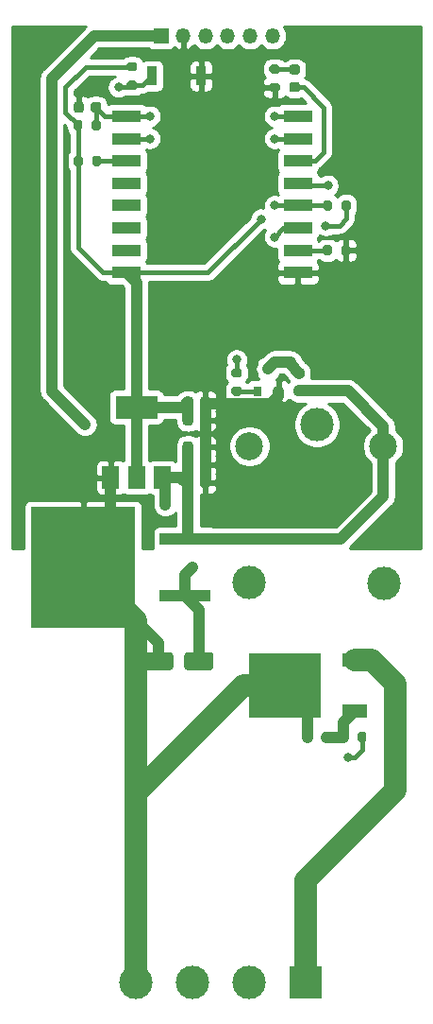
<source format=gbr>
%TF.GenerationSoftware,KiCad,Pcbnew,(5.1.8)-1*%
%TF.CreationDate,2022-05-15T10:40:37+08:00*%
%TF.ProjectId,smartkey-dc-pwm-60w,736d6172-746b-4657-992d-64632d70776d,rev?*%
%TF.SameCoordinates,Original*%
%TF.FileFunction,Copper,L1,Top*%
%TF.FilePolarity,Positive*%
%FSLAX46Y46*%
G04 Gerber Fmt 4.6, Leading zero omitted, Abs format (unit mm)*
G04 Created by KiCad (PCBNEW (5.1.8)-1) date 2022-05-15 10:40:37*
%MOMM*%
%LPD*%
G01*
G04 APERTURE LIST*
%TA.AperFunction,SMDPad,CuDef*%
%ADD10R,1.500000X2.000000*%
%TD*%
%TA.AperFunction,SMDPad,CuDef*%
%ADD11R,3.800000X2.000000*%
%TD*%
%TA.AperFunction,SMDPad,CuDef*%
%ADD12R,9.400000X10.800000*%
%TD*%
%TA.AperFunction,SMDPad,CuDef*%
%ADD13R,4.600000X1.100000*%
%TD*%
%TA.AperFunction,SMDPad,CuDef*%
%ADD14R,0.900000X1.700000*%
%TD*%
%TA.AperFunction,SMDPad,CuDef*%
%ADD15R,6.400000X5.800000*%
%TD*%
%TA.AperFunction,SMDPad,CuDef*%
%ADD16R,2.200000X1.200000*%
%TD*%
%TA.AperFunction,SMDPad,CuDef*%
%ADD17R,2.600000X1.100000*%
%TD*%
%TA.AperFunction,SMDPad,CuDef*%
%ADD18R,0.800000X0.900000*%
%TD*%
%TA.AperFunction,ComponentPad*%
%ADD19C,3.000000*%
%TD*%
%TA.AperFunction,ComponentPad*%
%ADD20C,2.500000*%
%TD*%
%TA.AperFunction,ComponentPad*%
%ADD21O,1.350000X1.350000*%
%TD*%
%TA.AperFunction,ComponentPad*%
%ADD22R,1.350000X1.350000*%
%TD*%
%TA.AperFunction,ComponentPad*%
%ADD23R,3.000000X3.000000*%
%TD*%
%TA.AperFunction,ViaPad*%
%ADD24C,0.800000*%
%TD*%
%TA.AperFunction,Conductor*%
%ADD25C,1.000000*%
%TD*%
%TA.AperFunction,Conductor*%
%ADD26C,2.000000*%
%TD*%
%TA.AperFunction,Conductor*%
%ADD27C,0.400000*%
%TD*%
%TA.AperFunction,Conductor*%
%ADD28C,0.254000*%
%TD*%
%TA.AperFunction,Conductor*%
%ADD29C,0.350000*%
%TD*%
%ADD30C,0.350000*%
G04 APERTURE END LIST*
%TO.P,R9,2*%
%TO.N,GND*%
%TA.AperFunction,SMDPad,CuDef*%
G36*
G01*
X150200000Y-50675000D02*
X150200000Y-50125000D01*
G75*
G02*
X150400000Y-49925000I200000J0D01*
G01*
X150800000Y-49925000D01*
G75*
G02*
X151000000Y-50125000I0J-200000D01*
G01*
X151000000Y-50675000D01*
G75*
G02*
X150800000Y-50875000I-200000J0D01*
G01*
X150400000Y-50875000D01*
G75*
G02*
X150200000Y-50675000I0J200000D01*
G01*
G37*
%TD.AperFunction*%
%TO.P,R9,1*%
%TO.N,Net-(R9-Pad1)*%
%TA.AperFunction,SMDPad,CuDef*%
G36*
G01*
X148550000Y-50675000D02*
X148550000Y-50125000D01*
G75*
G02*
X148750000Y-49925000I200000J0D01*
G01*
X149150000Y-49925000D01*
G75*
G02*
X149350000Y-50125000I0J-200000D01*
G01*
X149350000Y-50675000D01*
G75*
G02*
X149150000Y-50875000I-200000J0D01*
G01*
X148750000Y-50875000D01*
G75*
G02*
X148550000Y-50675000I0J200000D01*
G01*
G37*
%TD.AperFunction*%
%TD*%
%TO.P,R7,2*%
%TO.N,PWM*%
%TA.AperFunction,SMDPad,CuDef*%
G36*
G01*
X151650000Y-94275000D02*
X151650000Y-93725000D01*
G75*
G02*
X151850000Y-93525000I200000J0D01*
G01*
X152250000Y-93525000D01*
G75*
G02*
X152450000Y-93725000I0J-200000D01*
G01*
X152450000Y-94275000D01*
G75*
G02*
X152250000Y-94475000I-200000J0D01*
G01*
X151850000Y-94475000D01*
G75*
G02*
X151650000Y-94275000I0J200000D01*
G01*
G37*
%TD.AperFunction*%
%TO.P,R7,1*%
%TO.N,Net-(Q2-Pad1)*%
%TA.AperFunction,SMDPad,CuDef*%
G36*
G01*
X150000000Y-94275000D02*
X150000000Y-93725000D01*
G75*
G02*
X150200000Y-93525000I200000J0D01*
G01*
X150600000Y-93525000D01*
G75*
G02*
X150800000Y-93725000I0J-200000D01*
G01*
X150800000Y-94275000D01*
G75*
G02*
X150600000Y-94475000I-200000J0D01*
G01*
X150200000Y-94475000D01*
G75*
G02*
X150000000Y-94275000I0J200000D01*
G01*
G37*
%TD.AperFunction*%
%TD*%
%TO.P,R8,2*%
%TO.N,GND*%
%TA.AperFunction,SMDPad,CuDef*%
G36*
G01*
X147575000Y-93725000D02*
X147575000Y-94275000D01*
G75*
G02*
X147375000Y-94475000I-200000J0D01*
G01*
X146975000Y-94475000D01*
G75*
G02*
X146775000Y-94275000I0J200000D01*
G01*
X146775000Y-93725000D01*
G75*
G02*
X146975000Y-93525000I200000J0D01*
G01*
X147375000Y-93525000D01*
G75*
G02*
X147575000Y-93725000I0J-200000D01*
G01*
G37*
%TD.AperFunction*%
%TO.P,R8,1*%
%TO.N,Net-(Q2-Pad1)*%
%TA.AperFunction,SMDPad,CuDef*%
G36*
G01*
X149225000Y-93725000D02*
X149225000Y-94275000D01*
G75*
G02*
X149025000Y-94475000I-200000J0D01*
G01*
X148625000Y-94475000D01*
G75*
G02*
X148425000Y-94275000I0J200000D01*
G01*
X148425000Y-93725000D01*
G75*
G02*
X148625000Y-93525000I200000J0D01*
G01*
X149025000Y-93525000D01*
G75*
G02*
X149225000Y-93725000I0J-200000D01*
G01*
G37*
%TD.AperFunction*%
%TD*%
D10*
%TO.P,U3,1*%
%TO.N,GND*%
X129500000Y-70750000D03*
%TO.P,U3,3*%
%TO.N,+5V*%
X134100000Y-70750000D03*
%TO.P,U3,2*%
%TO.N,+3V3*%
X131800000Y-70750000D03*
D11*
X131800000Y-64450000D03*
%TD*%
D12*
%TO.P,U2,2*%
%TO.N,GND*%
X127025000Y-78800000D03*
D13*
%TO.P,U2,3*%
%TO.N,+5V*%
X136175000Y-76260000D03*
%TO.P,U2,1*%
%TO.N,VCC+*%
X136175000Y-81340000D03*
%TD*%
%TO.P,C7,2*%
%TO.N,GND*%
%TA.AperFunction,SMDPad,CuDef*%
G36*
G01*
X137525000Y-64250000D02*
X137525000Y-63750000D01*
G75*
G02*
X137750000Y-63525000I225000J0D01*
G01*
X138200000Y-63525000D01*
G75*
G02*
X138425000Y-63750000I0J-225000D01*
G01*
X138425000Y-64250000D01*
G75*
G02*
X138200000Y-64475000I-225000J0D01*
G01*
X137750000Y-64475000D01*
G75*
G02*
X137525000Y-64250000I0J225000D01*
G01*
G37*
%TD.AperFunction*%
%TO.P,C7,1*%
%TO.N,+3V3*%
%TA.AperFunction,SMDPad,CuDef*%
G36*
G01*
X135975000Y-64250000D02*
X135975000Y-63750000D01*
G75*
G02*
X136200000Y-63525000I225000J0D01*
G01*
X136650000Y-63525000D01*
G75*
G02*
X136875000Y-63750000I0J-225000D01*
G01*
X136875000Y-64250000D01*
G75*
G02*
X136650000Y-64475000I-225000J0D01*
G01*
X136200000Y-64475000D01*
G75*
G02*
X135975000Y-64250000I0J225000D01*
G01*
G37*
%TD.AperFunction*%
%TD*%
%TO.P,C6,2*%
%TO.N,GND*%
%TA.AperFunction,SMDPad,CuDef*%
G36*
G01*
X137525000Y-65850000D02*
X137525000Y-65350000D01*
G75*
G02*
X137750000Y-65125000I225000J0D01*
G01*
X138200000Y-65125000D01*
G75*
G02*
X138425000Y-65350000I0J-225000D01*
G01*
X138425000Y-65850000D01*
G75*
G02*
X138200000Y-66075000I-225000J0D01*
G01*
X137750000Y-66075000D01*
G75*
G02*
X137525000Y-65850000I0J225000D01*
G01*
G37*
%TD.AperFunction*%
%TO.P,C6,1*%
%TO.N,+3V3*%
%TA.AperFunction,SMDPad,CuDef*%
G36*
G01*
X135975000Y-65850000D02*
X135975000Y-65350000D01*
G75*
G02*
X136200000Y-65125000I225000J0D01*
G01*
X136650000Y-65125000D01*
G75*
G02*
X136875000Y-65350000I0J-225000D01*
G01*
X136875000Y-65850000D01*
G75*
G02*
X136650000Y-66075000I-225000J0D01*
G01*
X136200000Y-66075000D01*
G75*
G02*
X135975000Y-65850000I0J225000D01*
G01*
G37*
%TD.AperFunction*%
%TD*%
%TO.P,C5,2*%
%TO.N,GND*%
%TA.AperFunction,SMDPad,CuDef*%
G36*
G01*
X137525000Y-68250000D02*
X137525000Y-67750000D01*
G75*
G02*
X137750000Y-67525000I225000J0D01*
G01*
X138200000Y-67525000D01*
G75*
G02*
X138425000Y-67750000I0J-225000D01*
G01*
X138425000Y-68250000D01*
G75*
G02*
X138200000Y-68475000I-225000J0D01*
G01*
X137750000Y-68475000D01*
G75*
G02*
X137525000Y-68250000I0J225000D01*
G01*
G37*
%TD.AperFunction*%
%TO.P,C5,1*%
%TO.N,+5V*%
%TA.AperFunction,SMDPad,CuDef*%
G36*
G01*
X135975000Y-68250000D02*
X135975000Y-67750000D01*
G75*
G02*
X136200000Y-67525000I225000J0D01*
G01*
X136650000Y-67525000D01*
G75*
G02*
X136875000Y-67750000I0J-225000D01*
G01*
X136875000Y-68250000D01*
G75*
G02*
X136650000Y-68475000I-225000J0D01*
G01*
X136200000Y-68475000D01*
G75*
G02*
X135975000Y-68250000I0J225000D01*
G01*
G37*
%TD.AperFunction*%
%TD*%
%TO.P,C4,2*%
%TO.N,GND*%
%TA.AperFunction,SMDPad,CuDef*%
G36*
G01*
X137525000Y-69850000D02*
X137525000Y-69350000D01*
G75*
G02*
X137750000Y-69125000I225000J0D01*
G01*
X138200000Y-69125000D01*
G75*
G02*
X138425000Y-69350000I0J-225000D01*
G01*
X138425000Y-69850000D01*
G75*
G02*
X138200000Y-70075000I-225000J0D01*
G01*
X137750000Y-70075000D01*
G75*
G02*
X137525000Y-69850000I0J225000D01*
G01*
G37*
%TD.AperFunction*%
%TO.P,C4,1*%
%TO.N,+5V*%
%TA.AperFunction,SMDPad,CuDef*%
G36*
G01*
X135975000Y-69850000D02*
X135975000Y-69350000D01*
G75*
G02*
X136200000Y-69125000I225000J0D01*
G01*
X136650000Y-69125000D01*
G75*
G02*
X136875000Y-69350000I0J-225000D01*
G01*
X136875000Y-69850000D01*
G75*
G02*
X136650000Y-70075000I-225000J0D01*
G01*
X136200000Y-70075000D01*
G75*
G02*
X135975000Y-69850000I0J225000D01*
G01*
G37*
%TD.AperFunction*%
%TD*%
%TO.P,C3,2*%
%TO.N,GND*%
%TA.AperFunction,SMDPad,CuDef*%
G36*
G01*
X137525000Y-71450000D02*
X137525000Y-70950000D01*
G75*
G02*
X137750000Y-70725000I225000J0D01*
G01*
X138200000Y-70725000D01*
G75*
G02*
X138425000Y-70950000I0J-225000D01*
G01*
X138425000Y-71450000D01*
G75*
G02*
X138200000Y-71675000I-225000J0D01*
G01*
X137750000Y-71675000D01*
G75*
G02*
X137525000Y-71450000I0J225000D01*
G01*
G37*
%TD.AperFunction*%
%TO.P,C3,1*%
%TO.N,+5V*%
%TA.AperFunction,SMDPad,CuDef*%
G36*
G01*
X135975000Y-71450000D02*
X135975000Y-70950000D01*
G75*
G02*
X136200000Y-70725000I225000J0D01*
G01*
X136650000Y-70725000D01*
G75*
G02*
X136875000Y-70950000I0J-225000D01*
G01*
X136875000Y-71450000D01*
G75*
G02*
X136650000Y-71675000I-225000J0D01*
G01*
X136200000Y-71675000D01*
G75*
G02*
X135975000Y-71450000I0J225000D01*
G01*
G37*
%TD.AperFunction*%
%TD*%
%TO.P,C2,2*%
%TO.N,GND*%
%TA.AperFunction,SMDPad,CuDef*%
G36*
G01*
X135100000Y-86650000D02*
X135100000Y-87750000D01*
G75*
G02*
X134850000Y-88000000I-250000J0D01*
G01*
X132750000Y-88000000D01*
G75*
G02*
X132500000Y-87750000I0J250000D01*
G01*
X132500000Y-86650000D01*
G75*
G02*
X132750000Y-86400000I250000J0D01*
G01*
X134850000Y-86400000D01*
G75*
G02*
X135100000Y-86650000I0J-250000D01*
G01*
G37*
%TD.AperFunction*%
%TO.P,C2,1*%
%TO.N,VCC+*%
%TA.AperFunction,SMDPad,CuDef*%
G36*
G01*
X138700000Y-86650000D02*
X138700000Y-87750000D01*
G75*
G02*
X138450000Y-88000000I-250000J0D01*
G01*
X136350000Y-88000000D01*
G75*
G02*
X136100000Y-87750000I0J250000D01*
G01*
X136100000Y-86650000D01*
G75*
G02*
X136350000Y-86400000I250000J0D01*
G01*
X138450000Y-86400000D01*
G75*
G02*
X138700000Y-86650000I0J-250000D01*
G01*
G37*
%TD.AperFunction*%
%TD*%
D14*
%TO.P,SW1,2*%
%TO.N,BTN*%
X133200000Y-34800000D03*
%TO.P,SW1,1*%
%TO.N,GND*%
X137600000Y-34800000D03*
%TD*%
D15*
%TO.P,Q2,2*%
%TO.N,GND*%
X145100000Y-89400000D03*
D16*
%TO.P,Q2,3*%
%TO.N,LED-*%
X151400000Y-87120000D03*
%TO.P,Q2,1*%
%TO.N,Net-(Q2-Pad1)*%
X151400000Y-91680000D03*
%TD*%
D17*
%TO.P,U1,16*%
%TO.N,TXD*%
X146300000Y-38400000D03*
%TO.P,U1,15*%
%TO.N,RXD*%
X146300000Y-40400000D03*
%TO.P,U1,14*%
%TO.N,Net-(D4-Pad2)*%
X146300000Y-42400000D03*
%TO.P,U1,13*%
%TO.N,PWM*%
X146300000Y-44400000D03*
%TO.P,U1,12*%
%TO.N,IO0*%
X146300000Y-46400000D03*
%TO.P,U1,11*%
%TO.N,OPEN*%
X146300000Y-48400000D03*
%TO.P,U1,10*%
%TO.N,Net-(R9-Pad1)*%
X146300000Y-50400000D03*
%TO.P,U1,9*%
%TO.N,GND*%
X146300000Y-52400000D03*
%TO.P,U1,8*%
%TO.N,+3V3*%
X130900000Y-52400000D03*
%TO.P,U1,7*%
%TO.N,N/C*%
X130900000Y-50400000D03*
%TO.P,U1,6*%
X130900000Y-48400000D03*
%TO.P,U1,5*%
X130900000Y-46400000D03*
%TO.P,U1,4*%
X130900000Y-44400000D03*
%TO.P,U1,3*%
%TO.N,Net-(R3-Pad2)*%
X130900000Y-42400000D03*
%TO.P,U1,2*%
%TO.N,BTN*%
X130900000Y-40400000D03*
%TO.P,U1,1*%
%TO.N,EN*%
X130900000Y-38400000D03*
%TD*%
%TO.P,R6,2*%
%TO.N,Net-(D4-Pad1)*%
%TA.AperFunction,SMDPad,CuDef*%
G36*
G01*
X144475000Y-34575000D02*
X143925000Y-34575000D01*
G75*
G02*
X143725000Y-34375000I0J200000D01*
G01*
X143725000Y-33975000D01*
G75*
G02*
X143925000Y-33775000I200000J0D01*
G01*
X144475000Y-33775000D01*
G75*
G02*
X144675000Y-33975000I0J-200000D01*
G01*
X144675000Y-34375000D01*
G75*
G02*
X144475000Y-34575000I-200000J0D01*
G01*
G37*
%TD.AperFunction*%
%TO.P,R6,1*%
%TO.N,GND*%
%TA.AperFunction,SMDPad,CuDef*%
G36*
G01*
X144475000Y-36225000D02*
X143925000Y-36225000D01*
G75*
G02*
X143725000Y-36025000I0J200000D01*
G01*
X143725000Y-35625000D01*
G75*
G02*
X143925000Y-35425000I200000J0D01*
G01*
X144475000Y-35425000D01*
G75*
G02*
X144675000Y-35625000I0J-200000D01*
G01*
X144675000Y-36025000D01*
G75*
G02*
X144475000Y-36225000I-200000J0D01*
G01*
G37*
%TD.AperFunction*%
%TD*%
%TO.P,R5,2*%
%TO.N,OPEN*%
%TA.AperFunction,SMDPad,CuDef*%
G36*
G01*
X141075000Y-61775000D02*
X140525000Y-61775000D01*
G75*
G02*
X140325000Y-61575000I0J200000D01*
G01*
X140325000Y-61175000D01*
G75*
G02*
X140525000Y-60975000I200000J0D01*
G01*
X141075000Y-60975000D01*
G75*
G02*
X141275000Y-61175000I0J-200000D01*
G01*
X141275000Y-61575000D01*
G75*
G02*
X141075000Y-61775000I-200000J0D01*
G01*
G37*
%TD.AperFunction*%
%TO.P,R5,1*%
%TO.N,Net-(Q1-Pad1)*%
%TA.AperFunction,SMDPad,CuDef*%
G36*
G01*
X141075000Y-63425000D02*
X140525000Y-63425000D01*
G75*
G02*
X140325000Y-63225000I0J200000D01*
G01*
X140325000Y-62825000D01*
G75*
G02*
X140525000Y-62625000I200000J0D01*
G01*
X141075000Y-62625000D01*
G75*
G02*
X141275000Y-62825000I0J-200000D01*
G01*
X141275000Y-63225000D01*
G75*
G02*
X141075000Y-63425000I-200000J0D01*
G01*
G37*
%TD.AperFunction*%
%TD*%
%TO.P,R4,2*%
%TO.N,BTN*%
%TA.AperFunction,SMDPad,CuDef*%
G36*
G01*
X131125000Y-35225000D02*
X131675000Y-35225000D01*
G75*
G02*
X131875000Y-35425000I0J-200000D01*
G01*
X131875000Y-35825000D01*
G75*
G02*
X131675000Y-36025000I-200000J0D01*
G01*
X131125000Y-36025000D01*
G75*
G02*
X130925000Y-35825000I0J200000D01*
G01*
X130925000Y-35425000D01*
G75*
G02*
X131125000Y-35225000I200000J0D01*
G01*
G37*
%TD.AperFunction*%
%TO.P,R4,1*%
%TO.N,+3V3*%
%TA.AperFunction,SMDPad,CuDef*%
G36*
G01*
X131125000Y-33575000D02*
X131675000Y-33575000D01*
G75*
G02*
X131875000Y-33775000I0J-200000D01*
G01*
X131875000Y-34175000D01*
G75*
G02*
X131675000Y-34375000I-200000J0D01*
G01*
X131125000Y-34375000D01*
G75*
G02*
X130925000Y-34175000I0J200000D01*
G01*
X130925000Y-33775000D01*
G75*
G02*
X131125000Y-33575000I200000J0D01*
G01*
G37*
%TD.AperFunction*%
%TD*%
%TO.P,R3,2*%
%TO.N,Net-(R3-Pad2)*%
%TA.AperFunction,SMDPad,CuDef*%
G36*
G01*
X127825000Y-42675000D02*
X127825000Y-42125000D01*
G75*
G02*
X128025000Y-41925000I200000J0D01*
G01*
X128425000Y-41925000D01*
G75*
G02*
X128625000Y-42125000I0J-200000D01*
G01*
X128625000Y-42675000D01*
G75*
G02*
X128425000Y-42875000I-200000J0D01*
G01*
X128025000Y-42875000D01*
G75*
G02*
X127825000Y-42675000I0J200000D01*
G01*
G37*
%TD.AperFunction*%
%TO.P,R3,1*%
%TO.N,+3V3*%
%TA.AperFunction,SMDPad,CuDef*%
G36*
G01*
X126175000Y-42675000D02*
X126175000Y-42125000D01*
G75*
G02*
X126375000Y-41925000I200000J0D01*
G01*
X126775000Y-41925000D01*
G75*
G02*
X126975000Y-42125000I0J-200000D01*
G01*
X126975000Y-42675000D01*
G75*
G02*
X126775000Y-42875000I-200000J0D01*
G01*
X126375000Y-42875000D01*
G75*
G02*
X126175000Y-42675000I0J200000D01*
G01*
G37*
%TD.AperFunction*%
%TD*%
%TO.P,R2,2*%
%TO.N,IO0*%
%TA.AperFunction,SMDPad,CuDef*%
G36*
G01*
X149375000Y-46125000D02*
X149375000Y-46675000D01*
G75*
G02*
X149175000Y-46875000I-200000J0D01*
G01*
X148775000Y-46875000D01*
G75*
G02*
X148575000Y-46675000I0J200000D01*
G01*
X148575000Y-46125000D01*
G75*
G02*
X148775000Y-45925000I200000J0D01*
G01*
X149175000Y-45925000D01*
G75*
G02*
X149375000Y-46125000I0J-200000D01*
G01*
G37*
%TD.AperFunction*%
%TO.P,R2,1*%
%TO.N,+3V3*%
%TA.AperFunction,SMDPad,CuDef*%
G36*
G01*
X151025000Y-46125000D02*
X151025000Y-46675000D01*
G75*
G02*
X150825000Y-46875000I-200000J0D01*
G01*
X150425000Y-46875000D01*
G75*
G02*
X150225000Y-46675000I0J200000D01*
G01*
X150225000Y-46125000D01*
G75*
G02*
X150425000Y-45925000I200000J0D01*
G01*
X150825000Y-45925000D01*
G75*
G02*
X151025000Y-46125000I0J-200000D01*
G01*
G37*
%TD.AperFunction*%
%TD*%
%TO.P,R1,2*%
%TO.N,EN*%
%TA.AperFunction,SMDPad,CuDef*%
G36*
G01*
X127800000Y-39475000D02*
X127800000Y-38925000D01*
G75*
G02*
X128000000Y-38725000I200000J0D01*
G01*
X128400000Y-38725000D01*
G75*
G02*
X128600000Y-38925000I0J-200000D01*
G01*
X128600000Y-39475000D01*
G75*
G02*
X128400000Y-39675000I-200000J0D01*
G01*
X128000000Y-39675000D01*
G75*
G02*
X127800000Y-39475000I0J200000D01*
G01*
G37*
%TD.AperFunction*%
%TO.P,R1,1*%
%TO.N,+3V3*%
%TA.AperFunction,SMDPad,CuDef*%
G36*
G01*
X126150000Y-39475000D02*
X126150000Y-38925000D01*
G75*
G02*
X126350000Y-38725000I200000J0D01*
G01*
X126750000Y-38725000D01*
G75*
G02*
X126950000Y-38925000I0J-200000D01*
G01*
X126950000Y-39475000D01*
G75*
G02*
X126750000Y-39675000I-200000J0D01*
G01*
X126350000Y-39675000D01*
G75*
G02*
X126150000Y-39475000I0J200000D01*
G01*
G37*
%TD.AperFunction*%
%TD*%
D18*
%TO.P,Q1,3*%
%TO.N,Net-(D1-Pad2)*%
X143600000Y-61000000D03*
%TO.P,Q1,2*%
%TO.N,GND*%
X144550000Y-63000000D03*
%TO.P,Q1,1*%
%TO.N,Net-(Q1-Pad1)*%
X142650000Y-63000000D03*
%TD*%
D19*
%TO.P,K1,1*%
%TO.N,VCC+*%
X148000000Y-66000000D03*
D20*
%TO.P,K1,5*%
%TO.N,+5V*%
X153950000Y-67950000D03*
D19*
%TO.P,K1,4*%
%TO.N,N/C*%
X154000000Y-80200000D03*
%TO.P,K1,3*%
%TO.N,LED+*%
X141950000Y-80150000D03*
D20*
%TO.P,K1,2*%
%TO.N,Net-(D1-Pad2)*%
X141950000Y-67950000D03*
%TD*%
D21*
%TO.P,J4,6*%
%TO.N,TXD*%
X144000000Y-31200000D03*
%TO.P,J4,5*%
%TO.N,RXD*%
X142000000Y-31200000D03*
%TO.P,J4,4*%
%TO.N,IO0*%
X140000000Y-31200000D03*
%TO.P,J4,3*%
%TO.N,EN*%
X138000000Y-31200000D03*
%TO.P,J4,2*%
%TO.N,GND*%
X136000000Y-31200000D03*
D22*
%TO.P,J4,1*%
%TO.N,+5V*%
X134000000Y-31200000D03*
%TD*%
D19*
%TO.P,J3,4*%
%TO.N,GND*%
X131760000Y-116000000D03*
D23*
%TO.P,J3,1*%
%TO.N,LED-*%
X147000000Y-116000000D03*
D19*
%TO.P,J3,3*%
%TO.N,VCC+*%
X136840000Y-116000000D03*
%TO.P,J3,2*%
%TO.N,LED+*%
X141920000Y-116000000D03*
%TD*%
%TO.P,D4,2*%
%TO.N,Net-(D4-Pad2)*%
%TA.AperFunction,SMDPad,CuDef*%
G36*
G01*
X145743750Y-35350000D02*
X146256250Y-35350000D01*
G75*
G02*
X146475000Y-35568750I0J-218750D01*
G01*
X146475000Y-36006250D01*
G75*
G02*
X146256250Y-36225000I-218750J0D01*
G01*
X145743750Y-36225000D01*
G75*
G02*
X145525000Y-36006250I0J218750D01*
G01*
X145525000Y-35568750D01*
G75*
G02*
X145743750Y-35350000I218750J0D01*
G01*
G37*
%TD.AperFunction*%
%TO.P,D4,1*%
%TO.N,Net-(D4-Pad1)*%
%TA.AperFunction,SMDPad,CuDef*%
G36*
G01*
X145743750Y-33775000D02*
X146256250Y-33775000D01*
G75*
G02*
X146475000Y-33993750I0J-218750D01*
G01*
X146475000Y-34431250D01*
G75*
G02*
X146256250Y-34650000I-218750J0D01*
G01*
X145743750Y-34650000D01*
G75*
G02*
X145525000Y-34431250I0J218750D01*
G01*
X145525000Y-33993750D01*
G75*
G02*
X145743750Y-33775000I218750J0D01*
G01*
G37*
%TD.AperFunction*%
%TD*%
%TO.P,D1,2*%
%TO.N,Net-(D1-Pad2)*%
%TA.AperFunction,SMDPad,CuDef*%
G36*
G01*
X146656250Y-61850000D02*
X146143750Y-61850000D01*
G75*
G02*
X145925000Y-61631250I0J218750D01*
G01*
X145925000Y-61193750D01*
G75*
G02*
X146143750Y-60975000I218750J0D01*
G01*
X146656250Y-60975000D01*
G75*
G02*
X146875000Y-61193750I0J-218750D01*
G01*
X146875000Y-61631250D01*
G75*
G02*
X146656250Y-61850000I-218750J0D01*
G01*
G37*
%TD.AperFunction*%
%TO.P,D1,1*%
%TO.N,+5V*%
%TA.AperFunction,SMDPad,CuDef*%
G36*
G01*
X146656250Y-63425000D02*
X146143750Y-63425000D01*
G75*
G02*
X145925000Y-63206250I0J218750D01*
G01*
X145925000Y-62768750D01*
G75*
G02*
X146143750Y-62550000I218750J0D01*
G01*
X146656250Y-62550000D01*
G75*
G02*
X146875000Y-62768750I0J-218750D01*
G01*
X146875000Y-63206250D01*
G75*
G02*
X146656250Y-63425000I-218750J0D01*
G01*
G37*
%TD.AperFunction*%
%TD*%
%TO.P,C1,2*%
%TO.N,GND*%
%TA.AperFunction,SMDPad,CuDef*%
G36*
G01*
X127075000Y-37350000D02*
X127075000Y-37850000D01*
G75*
G02*
X126850000Y-38075000I-225000J0D01*
G01*
X126400000Y-38075000D01*
G75*
G02*
X126175000Y-37850000I0J225000D01*
G01*
X126175000Y-37350000D01*
G75*
G02*
X126400000Y-37125000I225000J0D01*
G01*
X126850000Y-37125000D01*
G75*
G02*
X127075000Y-37350000I0J-225000D01*
G01*
G37*
%TD.AperFunction*%
%TO.P,C1,1*%
%TO.N,EN*%
%TA.AperFunction,SMDPad,CuDef*%
G36*
G01*
X128625000Y-37350000D02*
X128625000Y-37850000D01*
G75*
G02*
X128400000Y-38075000I-225000J0D01*
G01*
X127950000Y-38075000D01*
G75*
G02*
X127725000Y-37850000I0J225000D01*
G01*
X127725000Y-37350000D01*
G75*
G02*
X127950000Y-37125000I225000J0D01*
G01*
X128400000Y-37125000D01*
G75*
G02*
X128625000Y-37350000I0J-225000D01*
G01*
G37*
%TD.AperFunction*%
%TD*%
D24*
%TO.N,GND*%
X146200000Y-53800000D03*
X124000000Y-32800000D03*
%TO.N,EN*%
X133000000Y-38400000D03*
%TO.N,+5V*%
X134400000Y-73200000D03*
X127200000Y-65999988D03*
%TO.N,VCC+*%
X136840000Y-78760000D03*
%TO.N,TXD*%
X144200000Y-38400000D03*
%TO.N,RXD*%
X144200000Y-40400000D03*
%TO.N,IO0*%
X144200000Y-46400000D03*
%TO.N,+3V3*%
X143000000Y-47600000D03*
X148800014Y-48200000D03*
%TO.N,BTN*%
X133000000Y-40400000D03*
X130200000Y-35800000D03*
%TO.N,OPEN*%
X140800000Y-60200000D03*
X144200000Y-49200000D03*
%TO.N,Net-(D1-Pad2)*%
X145600000Y-60400000D03*
%TO.N,PWM*%
X149000000Y-44600000D03*
X150800000Y-95800000D03*
%TD*%
D25*
%TO.N,GND*%
X133800000Y-85575000D02*
X127025000Y-78800000D01*
X133800000Y-87200000D02*
X133800000Y-85575000D01*
X129500000Y-76325000D02*
X127025000Y-78800000D01*
X129500000Y-70750000D02*
X129500000Y-76325000D01*
D26*
X131760000Y-83535000D02*
X127025000Y-78800000D01*
X131760000Y-116000000D02*
X131760000Y-83535000D01*
D25*
X147175000Y-91475000D02*
X145100000Y-89400000D01*
X147175000Y-94000000D02*
X147175000Y-91475000D01*
X137975000Y-71200000D02*
X137975000Y-69600000D01*
X137975000Y-69600000D02*
X137975000Y-68000000D01*
X137975000Y-68000000D02*
X137975000Y-65600000D01*
X137975000Y-65600000D02*
X137975000Y-64000000D01*
X144550000Y-63450000D02*
X144550000Y-63000000D01*
X143849999Y-64150001D02*
X144550000Y-63450000D01*
X138125001Y-64150001D02*
X143849999Y-64150001D01*
X137975000Y-64000000D02*
X138125001Y-64150001D01*
D26*
X141400000Y-89400000D02*
X145100000Y-89400000D01*
X131760000Y-99040000D02*
X141400000Y-89400000D01*
X131760000Y-116000000D02*
X131760000Y-99040000D01*
D27*
X146300000Y-53700000D02*
X146200000Y-53800000D01*
X146300000Y-52400000D02*
X146300000Y-53700000D01*
%TO.N,EN*%
X128175000Y-39175000D02*
X128200000Y-39200000D01*
X128175000Y-37600000D02*
X128175000Y-39175000D01*
X128975000Y-38400000D02*
X128175000Y-37600000D01*
X130900000Y-38400000D02*
X128975000Y-38400000D01*
X133000000Y-38400000D02*
X130900000Y-38400000D01*
D25*
%TO.N,+5V*%
X136425000Y-68000000D02*
X136425000Y-69600000D01*
X135975000Y-70750000D02*
X136425000Y-71200000D01*
X134100000Y-70750000D02*
X135975000Y-70750000D01*
X135975000Y-70983164D02*
X136208164Y-70983164D01*
X135975000Y-70750000D02*
X135975000Y-70983164D01*
X136425000Y-69600000D02*
X136425000Y-70425000D01*
X136425000Y-70425000D02*
X136425000Y-71200000D01*
D27*
X136425000Y-70425000D02*
X136425000Y-71225000D01*
D25*
X136425000Y-76010000D02*
X136175000Y-76260000D01*
X136425000Y-71200000D02*
X136425000Y-76010000D01*
X150787500Y-62987500D02*
X146400000Y-62987500D01*
X153950000Y-66150000D02*
X150787500Y-62987500D01*
X153950000Y-67950000D02*
X153950000Y-66150000D01*
X153950000Y-72450000D02*
X153950000Y-67950000D01*
X150140000Y-76260000D02*
X153950000Y-72450000D01*
X136175000Y-76260000D02*
X150140000Y-76260000D01*
X134400000Y-71050000D02*
X134100000Y-70750000D01*
X134400000Y-73200000D02*
X134400000Y-71050000D01*
X124200000Y-35000000D02*
X124200000Y-62999988D01*
X128000000Y-31200000D02*
X124200000Y-35000000D01*
X124200000Y-62999988D02*
X127200000Y-65999988D01*
X134000000Y-31200000D02*
X128000000Y-31200000D01*
D27*
%TO.N,Net-(D4-Pad2)*%
X148600000Y-37600000D02*
X146787500Y-35787500D01*
X148600000Y-41625000D02*
X148600000Y-37600000D01*
X146787500Y-35787500D02*
X146000000Y-35787500D01*
X147825000Y-42400000D02*
X148600000Y-41625000D01*
X146300000Y-42400000D02*
X147825000Y-42400000D01*
%TO.N,Net-(D4-Pad1)*%
X144237500Y-34212500D02*
X144200000Y-34175000D01*
X146000000Y-34212500D02*
X144237500Y-34212500D01*
D25*
%TO.N,VCC+*%
X137400000Y-82565000D02*
X136175000Y-81340000D01*
X137400000Y-87200000D02*
X137400000Y-82565000D01*
X136175000Y-79425000D02*
X136840000Y-78760000D01*
X136175000Y-81340000D02*
X136175000Y-79425000D01*
D27*
%TO.N,TXD*%
X144200000Y-38400000D02*
X146300000Y-38400000D01*
%TO.N,RXD*%
X144200000Y-40400000D02*
X146300000Y-40400000D01*
%TO.N,IO0*%
X146300000Y-46400000D02*
X148975000Y-46400000D01*
X144200000Y-46400000D02*
X146300000Y-46400000D01*
D25*
%TO.N,+3V3*%
X131800000Y-70750000D02*
X131800000Y-64450000D01*
X136425000Y-64000000D02*
X136425000Y-65600000D01*
X135975000Y-64450000D02*
X136425000Y-64000000D01*
X131800000Y-64450000D02*
X135975000Y-64450000D01*
D27*
X126550000Y-42375000D02*
X126575000Y-42400000D01*
X126550000Y-39200000D02*
X126550000Y-42375000D01*
D25*
X131800000Y-53300000D02*
X130900000Y-52400000D01*
X131800000Y-64450000D02*
X131800000Y-53300000D01*
D27*
X128800000Y-52400000D02*
X130900000Y-52400000D01*
X126575000Y-50175000D02*
X128800000Y-52400000D01*
X126575000Y-42400000D02*
X126575000Y-50175000D01*
X125400000Y-38050000D02*
X126550000Y-39200000D01*
X125400000Y-35800000D02*
X125400000Y-38050000D01*
X127225000Y-33975000D02*
X125400000Y-35800000D01*
X131400000Y-33975000D02*
X127225000Y-33975000D01*
X138200000Y-52400000D02*
X143000000Y-47600000D01*
X130900000Y-52400000D02*
X138200000Y-52400000D01*
X150000000Y-48200000D02*
X148800014Y-48200000D01*
X150625000Y-47575000D02*
X150000000Y-48200000D01*
X150625000Y-46400000D02*
X150625000Y-47575000D01*
%TO.N,Net-(Q1-Pad1)*%
X142625000Y-63025000D02*
X142650000Y-63000000D01*
X140800000Y-63025000D02*
X142625000Y-63025000D01*
%TO.N,Net-(R3-Pad2)*%
X130900000Y-42400000D02*
X128225000Y-42400000D01*
%TO.N,BTN*%
X132375000Y-35625000D02*
X133200000Y-34800000D01*
X131400000Y-35625000D02*
X132375000Y-35625000D01*
X130900000Y-40400000D02*
X133000000Y-40400000D01*
X131225000Y-35800000D02*
X131400000Y-35625000D01*
X130200000Y-35800000D02*
X131225000Y-35800000D01*
D25*
%TO.N,Net-(Q2-Pad1)*%
X150400000Y-94000000D02*
X148825000Y-94000000D01*
X150400000Y-92680000D02*
X151400000Y-91680000D01*
X150400000Y-94000000D02*
X150400000Y-92680000D01*
D27*
%TO.N,OPEN*%
X140800000Y-61375000D02*
X140800000Y-60200000D01*
X145000000Y-48400000D02*
X146300000Y-48400000D01*
X144200000Y-49200000D02*
X145000000Y-48400000D01*
D25*
%TO.N,Net-(D1-Pad2)*%
X145600000Y-60612500D02*
X146400000Y-61412500D01*
X145600000Y-60400000D02*
X145600000Y-60612500D01*
X144200000Y-60400000D02*
X143600000Y-61000000D01*
X145600000Y-60400000D02*
X144200000Y-60400000D01*
D27*
%TO.N,PWM*%
X146500000Y-44600000D02*
X146300000Y-44400000D01*
X149000000Y-44600000D02*
X146500000Y-44600000D01*
X151400000Y-95800000D02*
X150800000Y-95800000D01*
X152050000Y-95150000D02*
X151400000Y-95800000D01*
X152050000Y-94000000D02*
X152050000Y-95150000D01*
D26*
%TO.N,LED-*%
X147000000Y-106800000D02*
X147000000Y-116000000D01*
X155000000Y-98800000D02*
X147000000Y-106800000D01*
X155000000Y-89200000D02*
X155000000Y-98800000D01*
X152920000Y-87120000D02*
X155000000Y-89200000D01*
X151400000Y-87120000D02*
X152920000Y-87120000D01*
D27*
%TO.N,Net-(R9-Pad1)*%
X148775000Y-50400000D02*
X148975000Y-50600000D01*
X146300000Y-50400000D02*
X148775000Y-50400000D01*
%TD*%
D28*
%TO.N,GND*%
X157340000Y-77073000D02*
X150938467Y-77073000D01*
X150946449Y-77066449D01*
X150981996Y-77023135D01*
X154713146Y-73291987D01*
X154756449Y-73256449D01*
X154839034Y-73155820D01*
X154898284Y-73083623D01*
X155003676Y-72886447D01*
X155068577Y-72672499D01*
X155090491Y-72450000D01*
X155085000Y-72394248D01*
X155085000Y-69458688D01*
X155151618Y-69414175D01*
X155414175Y-69151618D01*
X155620466Y-68842882D01*
X155762561Y-68499834D01*
X155835000Y-68135656D01*
X155835000Y-67764344D01*
X155762561Y-67400166D01*
X155620466Y-67057118D01*
X155414175Y-66748382D01*
X155151618Y-66485825D01*
X155085000Y-66441312D01*
X155085000Y-66205741D01*
X155090490Y-66149999D01*
X155085000Y-66094257D01*
X155085000Y-66094248D01*
X155068577Y-65927501D01*
X155003676Y-65713553D01*
X154898284Y-65516377D01*
X154756449Y-65343551D01*
X154713141Y-65308009D01*
X151629496Y-62224365D01*
X151593949Y-62181051D01*
X151421123Y-62039216D01*
X151223947Y-61933824D01*
X151009999Y-61868923D01*
X150843252Y-61852500D01*
X150843251Y-61852500D01*
X150787500Y-61847009D01*
X150731749Y-61852500D01*
X147480199Y-61852500D01*
X147496608Y-61798408D01*
X147509878Y-61663674D01*
X147518577Y-61634999D01*
X147540491Y-61412500D01*
X147518577Y-61190001D01*
X147509878Y-61161326D01*
X147496608Y-61026592D01*
X147447850Y-60865858D01*
X147368671Y-60717725D01*
X147262115Y-60587885D01*
X147132275Y-60481329D01*
X147006999Y-60414367D01*
X146696128Y-60103496D01*
X146653676Y-59963553D01*
X146548284Y-59766377D01*
X146406449Y-59593551D01*
X146233623Y-59451716D01*
X146036447Y-59346324D01*
X145822499Y-59281423D01*
X145655752Y-59265000D01*
X145655751Y-59265000D01*
X145600000Y-59259509D01*
X145544248Y-59265000D01*
X144255751Y-59265000D01*
X144199999Y-59259509D01*
X143977500Y-59281423D01*
X143927705Y-59296529D01*
X143763553Y-59346324D01*
X143566377Y-59451716D01*
X143393551Y-59593551D01*
X143358004Y-59636865D01*
X143068575Y-59926294D01*
X142955820Y-59960498D01*
X142845506Y-60019463D01*
X142748815Y-60098815D01*
X142669463Y-60195506D01*
X142610498Y-60305820D01*
X142574188Y-60425518D01*
X142563816Y-60530829D01*
X142546324Y-60563554D01*
X142481423Y-60777502D01*
X142459509Y-61000000D01*
X142481423Y-61222498D01*
X142546324Y-61436446D01*
X142563816Y-61469171D01*
X142574188Y-61574482D01*
X142610498Y-61694180D01*
X142669463Y-61804494D01*
X142748815Y-61901185D01*
X142761905Y-61911928D01*
X142250000Y-61911928D01*
X142125518Y-61924188D01*
X142005820Y-61960498D01*
X141895506Y-62019463D01*
X141798815Y-62098815D01*
X141723982Y-62190000D01*
X141640319Y-62190000D01*
X141667606Y-62167606D01*
X141771831Y-62040608D01*
X141849278Y-61895716D01*
X141896969Y-61738500D01*
X141913072Y-61575000D01*
X141913072Y-61175000D01*
X141896969Y-61011500D01*
X141849278Y-60854284D01*
X141771831Y-60709392D01*
X141730260Y-60658738D01*
X141795226Y-60501898D01*
X141835000Y-60301939D01*
X141835000Y-60098061D01*
X141795226Y-59898102D01*
X141717205Y-59709744D01*
X141603937Y-59540226D01*
X141459774Y-59396063D01*
X141290256Y-59282795D01*
X141101898Y-59204774D01*
X140901939Y-59165000D01*
X140698061Y-59165000D01*
X140498102Y-59204774D01*
X140309744Y-59282795D01*
X140140226Y-59396063D01*
X139996063Y-59540226D01*
X139882795Y-59709744D01*
X139804774Y-59898102D01*
X139765000Y-60098061D01*
X139765000Y-60301939D01*
X139804774Y-60501898D01*
X139869740Y-60658738D01*
X139828169Y-60709392D01*
X139750722Y-60854284D01*
X139703031Y-61011500D01*
X139686928Y-61175000D01*
X139686928Y-61575000D01*
X139703031Y-61738500D01*
X139750722Y-61895716D01*
X139828169Y-62040608D01*
X139932394Y-62167606D01*
X139971866Y-62200000D01*
X139932394Y-62232394D01*
X139828169Y-62359392D01*
X139750722Y-62504284D01*
X139703031Y-62661500D01*
X139686928Y-62825000D01*
X139686928Y-63225000D01*
X139703031Y-63388500D01*
X139750722Y-63545716D01*
X139828169Y-63690608D01*
X139932394Y-63817606D01*
X140059392Y-63921831D01*
X140204284Y-63999278D01*
X140361500Y-64046969D01*
X140525000Y-64063072D01*
X141075000Y-64063072D01*
X141238500Y-64046969D01*
X141395716Y-63999278D01*
X141540608Y-63921831D01*
X141615949Y-63860000D01*
X141765015Y-63860000D01*
X141798815Y-63901185D01*
X141895506Y-63980537D01*
X142005820Y-64039502D01*
X142125518Y-64075812D01*
X142250000Y-64088072D01*
X143050000Y-64088072D01*
X143174482Y-64075812D01*
X143294180Y-64039502D01*
X143404494Y-63980537D01*
X143501185Y-63901185D01*
X143580537Y-63804494D01*
X143600000Y-63768082D01*
X143619463Y-63804494D01*
X143698815Y-63901185D01*
X143795506Y-63980537D01*
X143905820Y-64039502D01*
X144025518Y-64075812D01*
X144150000Y-64088072D01*
X144264250Y-64085000D01*
X144423000Y-63926250D01*
X144423000Y-63127000D01*
X144403000Y-63127000D01*
X144403000Y-62873000D01*
X144423000Y-62873000D01*
X144423000Y-62073750D01*
X144338393Y-61989143D01*
X144354494Y-61980537D01*
X144451185Y-61901185D01*
X144530537Y-61804494D01*
X144589502Y-61694180D01*
X144623706Y-61581425D01*
X144670131Y-61535000D01*
X144917369Y-61535000D01*
X145364367Y-61981999D01*
X145431329Y-62107275D01*
X145507426Y-62200000D01*
X145492597Y-62218069D01*
X145480537Y-62195506D01*
X145401185Y-62098815D01*
X145304494Y-62019463D01*
X145194180Y-61960498D01*
X145074482Y-61924188D01*
X144950000Y-61911928D01*
X144835750Y-61915000D01*
X144677000Y-62073750D01*
X144677000Y-62873000D01*
X144697000Y-62873000D01*
X144697000Y-63127000D01*
X144677000Y-63127000D01*
X144677000Y-63926250D01*
X144835750Y-64085000D01*
X144950000Y-64088072D01*
X145074482Y-64075812D01*
X145194180Y-64039502D01*
X145304494Y-63980537D01*
X145401185Y-63901185D01*
X145480537Y-63804494D01*
X145500690Y-63766792D01*
X145537885Y-63812115D01*
X145667725Y-63918671D01*
X145815858Y-63997850D01*
X145976592Y-64046608D01*
X145983800Y-64047318D01*
X146177501Y-64106077D01*
X146344248Y-64122500D01*
X146966979Y-64122500D01*
X146639017Y-64341637D01*
X146341637Y-64639017D01*
X146107988Y-64988698D01*
X145947047Y-65377244D01*
X145865000Y-65789721D01*
X145865000Y-66210279D01*
X145947047Y-66622756D01*
X146107988Y-67011302D01*
X146341637Y-67360983D01*
X146639017Y-67658363D01*
X146988698Y-67892012D01*
X147377244Y-68052953D01*
X147789721Y-68135000D01*
X148210279Y-68135000D01*
X148622756Y-68052953D01*
X149011302Y-67892012D01*
X149360983Y-67658363D01*
X149658363Y-67360983D01*
X149892012Y-67011302D01*
X150052953Y-66622756D01*
X150135000Y-66210279D01*
X150135000Y-65789721D01*
X150052953Y-65377244D01*
X149892012Y-64988698D01*
X149658363Y-64639017D01*
X149360983Y-64341637D01*
X149033021Y-64122500D01*
X150317369Y-64122500D01*
X152714538Y-66519669D01*
X152485825Y-66748382D01*
X152279534Y-67057118D01*
X152137439Y-67400166D01*
X152065000Y-67764344D01*
X152065000Y-68135656D01*
X152137439Y-68499834D01*
X152279534Y-68842882D01*
X152485825Y-69151618D01*
X152748382Y-69414175D01*
X152815001Y-69458688D01*
X152815000Y-71979867D01*
X149669869Y-75125000D01*
X138727603Y-75125000D01*
X138719180Y-75120498D01*
X138599482Y-75084188D01*
X138475000Y-75071928D01*
X137560000Y-75071928D01*
X137560000Y-72312417D01*
X137689250Y-72310000D01*
X137848000Y-72151250D01*
X137848000Y-71327000D01*
X138102000Y-71327000D01*
X138102000Y-72151250D01*
X138260750Y-72310000D01*
X138425000Y-72313072D01*
X138549482Y-72300812D01*
X138669180Y-72264502D01*
X138779494Y-72205537D01*
X138876185Y-72126185D01*
X138955537Y-72029494D01*
X139014502Y-71919180D01*
X139050812Y-71799482D01*
X139063072Y-71675000D01*
X139060000Y-71485750D01*
X138901250Y-71327000D01*
X138102000Y-71327000D01*
X137848000Y-71327000D01*
X137828000Y-71327000D01*
X137828000Y-71073000D01*
X137848000Y-71073000D01*
X137848000Y-69727000D01*
X138102000Y-69727000D01*
X138102000Y-71073000D01*
X138901250Y-71073000D01*
X139060000Y-70914250D01*
X139063072Y-70725000D01*
X139050812Y-70600518D01*
X139014502Y-70480820D01*
X138971302Y-70400000D01*
X139014502Y-70319180D01*
X139050812Y-70199482D01*
X139063072Y-70075000D01*
X139060000Y-69885750D01*
X138901250Y-69727000D01*
X138102000Y-69727000D01*
X137848000Y-69727000D01*
X137828000Y-69727000D01*
X137828000Y-69473000D01*
X137848000Y-69473000D01*
X137848000Y-68127000D01*
X138102000Y-68127000D01*
X138102000Y-69473000D01*
X138901250Y-69473000D01*
X139060000Y-69314250D01*
X139063072Y-69125000D01*
X139050812Y-69000518D01*
X139014502Y-68880820D01*
X138971302Y-68800000D01*
X139014502Y-68719180D01*
X139050812Y-68599482D01*
X139063072Y-68475000D01*
X139060000Y-68285750D01*
X138901250Y-68127000D01*
X138102000Y-68127000D01*
X137848000Y-68127000D01*
X137828000Y-68127000D01*
X137828000Y-67873000D01*
X137848000Y-67873000D01*
X137848000Y-67048750D01*
X138102000Y-67048750D01*
X138102000Y-67873000D01*
X138901250Y-67873000D01*
X139009906Y-67764344D01*
X140065000Y-67764344D01*
X140065000Y-68135656D01*
X140137439Y-68499834D01*
X140279534Y-68842882D01*
X140485825Y-69151618D01*
X140748382Y-69414175D01*
X141057118Y-69620466D01*
X141400166Y-69762561D01*
X141764344Y-69835000D01*
X142135656Y-69835000D01*
X142499834Y-69762561D01*
X142842882Y-69620466D01*
X143151618Y-69414175D01*
X143414175Y-69151618D01*
X143620466Y-68842882D01*
X143762561Y-68499834D01*
X143835000Y-68135656D01*
X143835000Y-67764344D01*
X143762561Y-67400166D01*
X143620466Y-67057118D01*
X143414175Y-66748382D01*
X143151618Y-66485825D01*
X142842882Y-66279534D01*
X142499834Y-66137439D01*
X142135656Y-66065000D01*
X141764344Y-66065000D01*
X141400166Y-66137439D01*
X141057118Y-66279534D01*
X140748382Y-66485825D01*
X140485825Y-66748382D01*
X140279534Y-67057118D01*
X140137439Y-67400166D01*
X140065000Y-67764344D01*
X139009906Y-67764344D01*
X139060000Y-67714250D01*
X139063072Y-67525000D01*
X139050812Y-67400518D01*
X139014502Y-67280820D01*
X138955537Y-67170506D01*
X138876185Y-67073815D01*
X138779494Y-66994463D01*
X138669180Y-66935498D01*
X138549482Y-66899188D01*
X138425000Y-66886928D01*
X138260750Y-66890000D01*
X138102000Y-67048750D01*
X137848000Y-67048750D01*
X137689250Y-66890000D01*
X137525000Y-66886928D01*
X137400518Y-66899188D01*
X137280820Y-66935498D01*
X137170506Y-66994463D01*
X137126351Y-67030700D01*
X136980283Y-66952625D01*
X136818377Y-66903512D01*
X136673168Y-66889210D01*
X136647498Y-66881423D01*
X136425000Y-66859509D01*
X136202501Y-66881423D01*
X136176831Y-66889210D01*
X136031623Y-66903512D01*
X135869717Y-66952625D01*
X135720503Y-67032382D01*
X135589716Y-67139716D01*
X135482382Y-67270503D01*
X135402625Y-67419717D01*
X135353512Y-67581623D01*
X135347583Y-67641815D01*
X135306423Y-67777502D01*
X135290000Y-67944249D01*
X135290000Y-69289636D01*
X135204494Y-69219463D01*
X135094180Y-69160498D01*
X134974482Y-69124188D01*
X134850000Y-69111928D01*
X133350000Y-69111928D01*
X133225518Y-69124188D01*
X133105820Y-69160498D01*
X132995506Y-69219463D01*
X132950000Y-69256809D01*
X132935000Y-69244499D01*
X132935000Y-66088072D01*
X133700000Y-66088072D01*
X133824482Y-66075812D01*
X133944180Y-66039502D01*
X134054494Y-65980537D01*
X134151185Y-65901185D01*
X134230537Y-65804494D01*
X134289502Y-65694180D01*
X134322621Y-65585000D01*
X135290000Y-65585000D01*
X135290000Y-65655752D01*
X135306423Y-65822499D01*
X135347583Y-65958183D01*
X135353512Y-66018377D01*
X135402625Y-66180283D01*
X135482382Y-66329497D01*
X135589716Y-66460284D01*
X135720503Y-66567618D01*
X135869717Y-66647375D01*
X136031623Y-66696488D01*
X136176832Y-66710790D01*
X136202502Y-66718577D01*
X136425000Y-66740491D01*
X136647499Y-66718577D01*
X136673169Y-66710790D01*
X136818377Y-66696488D01*
X136980283Y-66647375D01*
X137126351Y-66569300D01*
X137170506Y-66605537D01*
X137280820Y-66664502D01*
X137400518Y-66700812D01*
X137525000Y-66713072D01*
X137689250Y-66710000D01*
X137848000Y-66551250D01*
X137848000Y-65727000D01*
X138102000Y-65727000D01*
X138102000Y-66551250D01*
X138260750Y-66710000D01*
X138425000Y-66713072D01*
X138549482Y-66700812D01*
X138669180Y-66664502D01*
X138779494Y-66605537D01*
X138876185Y-66526185D01*
X138955537Y-66429494D01*
X139014502Y-66319180D01*
X139050812Y-66199482D01*
X139063072Y-66075000D01*
X139060000Y-65885750D01*
X138901250Y-65727000D01*
X138102000Y-65727000D01*
X137848000Y-65727000D01*
X137828000Y-65727000D01*
X137828000Y-65473000D01*
X137848000Y-65473000D01*
X137848000Y-64127000D01*
X138102000Y-64127000D01*
X138102000Y-65473000D01*
X138901250Y-65473000D01*
X139060000Y-65314250D01*
X139063072Y-65125000D01*
X139050812Y-65000518D01*
X139014502Y-64880820D01*
X138971302Y-64800000D01*
X139014502Y-64719180D01*
X139050812Y-64599482D01*
X139063072Y-64475000D01*
X139060000Y-64285750D01*
X138901250Y-64127000D01*
X138102000Y-64127000D01*
X137848000Y-64127000D01*
X137828000Y-64127000D01*
X137828000Y-63873000D01*
X137848000Y-63873000D01*
X137848000Y-63048750D01*
X138102000Y-63048750D01*
X138102000Y-63873000D01*
X138901250Y-63873000D01*
X139060000Y-63714250D01*
X139063072Y-63525000D01*
X139050812Y-63400518D01*
X139014502Y-63280820D01*
X138955537Y-63170506D01*
X138876185Y-63073815D01*
X138779494Y-62994463D01*
X138669180Y-62935498D01*
X138549482Y-62899188D01*
X138425000Y-62886928D01*
X138260750Y-62890000D01*
X138102000Y-63048750D01*
X137848000Y-63048750D01*
X137689250Y-62890000D01*
X137525000Y-62886928D01*
X137400518Y-62899188D01*
X137280820Y-62935498D01*
X137170506Y-62994463D01*
X137126351Y-63030700D01*
X136980283Y-62952625D01*
X136818377Y-62903512D01*
X136673168Y-62889210D01*
X136647498Y-62881423D01*
X136425000Y-62859509D01*
X136424999Y-62859509D01*
X136288022Y-62873000D01*
X136202501Y-62881423D01*
X136176831Y-62889210D01*
X136031623Y-62903512D01*
X135869717Y-62952625D01*
X135720503Y-63032382D01*
X135589716Y-63139716D01*
X135482382Y-63270503D01*
X135458598Y-63315000D01*
X134322621Y-63315000D01*
X134289502Y-63205820D01*
X134230537Y-63095506D01*
X134151185Y-62998815D01*
X134054494Y-62919463D01*
X133944180Y-62860498D01*
X133824482Y-62824188D01*
X133700000Y-62811928D01*
X132935000Y-62811928D01*
X132935000Y-53355743D01*
X132940490Y-53299999D01*
X132935000Y-53244255D01*
X132935000Y-53244248D01*
X132934089Y-53235000D01*
X138158982Y-53235000D01*
X138200000Y-53239040D01*
X138241018Y-53235000D01*
X138241019Y-53235000D01*
X138363689Y-53222918D01*
X138521087Y-53175172D01*
X138666146Y-53097636D01*
X138793291Y-52993291D01*
X138819446Y-52961421D01*
X138830867Y-52950000D01*
X144361928Y-52950000D01*
X144374188Y-53074482D01*
X144410498Y-53194180D01*
X144469463Y-53304494D01*
X144548815Y-53401185D01*
X144645506Y-53480537D01*
X144755820Y-53539502D01*
X144875518Y-53575812D01*
X145000000Y-53588072D01*
X146014250Y-53585000D01*
X146173000Y-53426250D01*
X146173000Y-52527000D01*
X146427000Y-52527000D01*
X146427000Y-53426250D01*
X146585750Y-53585000D01*
X147600000Y-53588072D01*
X147724482Y-53575812D01*
X147844180Y-53539502D01*
X147954494Y-53480537D01*
X148051185Y-53401185D01*
X148130537Y-53304494D01*
X148189502Y-53194180D01*
X148225812Y-53074482D01*
X148238072Y-52950000D01*
X148235000Y-52685750D01*
X148076250Y-52527000D01*
X146427000Y-52527000D01*
X146173000Y-52527000D01*
X144523750Y-52527000D01*
X144365000Y-52685750D01*
X144361928Y-52950000D01*
X138830867Y-52950000D01*
X143156775Y-48624092D01*
X143301898Y-48595226D01*
X143381285Y-48562342D01*
X143282795Y-48709744D01*
X143204774Y-48898102D01*
X143165000Y-49098061D01*
X143165000Y-49301939D01*
X143204774Y-49501898D01*
X143282795Y-49690256D01*
X143396063Y-49859774D01*
X143540226Y-50003937D01*
X143709744Y-50117205D01*
X143898102Y-50195226D01*
X144098061Y-50235000D01*
X144301939Y-50235000D01*
X144361928Y-50223068D01*
X144361928Y-50950000D01*
X144374188Y-51074482D01*
X144410498Y-51194180D01*
X144469463Y-51304494D01*
X144547842Y-51400000D01*
X144469463Y-51495506D01*
X144410498Y-51605820D01*
X144374188Y-51725518D01*
X144361928Y-51850000D01*
X144365000Y-52114250D01*
X144523750Y-52273000D01*
X146173000Y-52273000D01*
X146173000Y-52253000D01*
X146427000Y-52253000D01*
X146427000Y-52273000D01*
X148076250Y-52273000D01*
X148235000Y-52114250D01*
X148238072Y-51850000D01*
X148225812Y-51725518D01*
X148189502Y-51605820D01*
X148130537Y-51495506D01*
X148052158Y-51400000D01*
X148130537Y-51304494D01*
X148153070Y-51262338D01*
X148157394Y-51267606D01*
X148284392Y-51371831D01*
X148429284Y-51449278D01*
X148586500Y-51496969D01*
X148750000Y-51513072D01*
X149150000Y-51513072D01*
X149313500Y-51496969D01*
X149470716Y-51449278D01*
X149615608Y-51371831D01*
X149717590Y-51288137D01*
X149748815Y-51326185D01*
X149845506Y-51405537D01*
X149955820Y-51464502D01*
X150075518Y-51500812D01*
X150200000Y-51513072D01*
X150314250Y-51510000D01*
X150473000Y-51351250D01*
X150473000Y-50527000D01*
X150727000Y-50527000D01*
X150727000Y-51351250D01*
X150885750Y-51510000D01*
X151000000Y-51513072D01*
X151124482Y-51500812D01*
X151244180Y-51464502D01*
X151354494Y-51405537D01*
X151451185Y-51326185D01*
X151530537Y-51229494D01*
X151589502Y-51119180D01*
X151625812Y-50999482D01*
X151638072Y-50875000D01*
X151635000Y-50685750D01*
X151476250Y-50527000D01*
X150727000Y-50527000D01*
X150473000Y-50527000D01*
X150453000Y-50527000D01*
X150453000Y-50273000D01*
X150473000Y-50273000D01*
X150473000Y-49448750D01*
X150727000Y-49448750D01*
X150727000Y-50273000D01*
X151476250Y-50273000D01*
X151635000Y-50114250D01*
X151638072Y-49925000D01*
X151625812Y-49800518D01*
X151589502Y-49680820D01*
X151530537Y-49570506D01*
X151451185Y-49473815D01*
X151354494Y-49394463D01*
X151244180Y-49335498D01*
X151124482Y-49299188D01*
X151000000Y-49286928D01*
X150885750Y-49290000D01*
X150727000Y-49448750D01*
X150473000Y-49448750D01*
X150314250Y-49290000D01*
X150200000Y-49286928D01*
X150075518Y-49299188D01*
X149955820Y-49335498D01*
X149845506Y-49394463D01*
X149748815Y-49473815D01*
X149717590Y-49511863D01*
X149615608Y-49428169D01*
X149470716Y-49350722D01*
X149313500Y-49303031D01*
X149150000Y-49286928D01*
X148750000Y-49286928D01*
X148586500Y-49303031D01*
X148429284Y-49350722D01*
X148284392Y-49428169D01*
X148157394Y-49532394D01*
X148153070Y-49537662D01*
X148130537Y-49495506D01*
X148052158Y-49400000D01*
X148130537Y-49304494D01*
X148189502Y-49194180D01*
X148225812Y-49074482D01*
X148227047Y-49061940D01*
X148309758Y-49117205D01*
X148498116Y-49195226D01*
X148698075Y-49235000D01*
X148901953Y-49235000D01*
X149101912Y-49195226D01*
X149290270Y-49117205D01*
X149413299Y-49035000D01*
X149958982Y-49035000D01*
X150000000Y-49039040D01*
X150041018Y-49035000D01*
X150041019Y-49035000D01*
X150163689Y-49022918D01*
X150321087Y-48975172D01*
X150466146Y-48897636D01*
X150593291Y-48793291D01*
X150619446Y-48761422D01*
X151186426Y-48194442D01*
X151218291Y-48168291D01*
X151322636Y-48041146D01*
X151400172Y-47896087D01*
X151447918Y-47738689D01*
X151460000Y-47616019D01*
X151460000Y-47616009D01*
X151464039Y-47575001D01*
X151460000Y-47533993D01*
X151460000Y-47215949D01*
X151521831Y-47140608D01*
X151599278Y-46995716D01*
X151646969Y-46838500D01*
X151663072Y-46675000D01*
X151663072Y-46125000D01*
X151646969Y-45961500D01*
X151599278Y-45804284D01*
X151521831Y-45659392D01*
X151417606Y-45532394D01*
X151290608Y-45428169D01*
X151145716Y-45350722D01*
X150988500Y-45303031D01*
X150825000Y-45286928D01*
X150425000Y-45286928D01*
X150261500Y-45303031D01*
X150104284Y-45350722D01*
X149959392Y-45428169D01*
X149832394Y-45532394D01*
X149800000Y-45571866D01*
X149767606Y-45532394D01*
X149640608Y-45428169D01*
X149631108Y-45423091D01*
X149659774Y-45403937D01*
X149803937Y-45259774D01*
X149917205Y-45090256D01*
X149995226Y-44901898D01*
X150035000Y-44701939D01*
X150035000Y-44498061D01*
X149995226Y-44298102D01*
X149917205Y-44109744D01*
X149803937Y-43940226D01*
X149659774Y-43796063D01*
X149490256Y-43682795D01*
X149301898Y-43604774D01*
X149101939Y-43565000D01*
X148898061Y-43565000D01*
X148698102Y-43604774D01*
X148509744Y-43682795D01*
X148386715Y-43765000D01*
X148229701Y-43765000D01*
X148225812Y-43725518D01*
X148189502Y-43605820D01*
X148130537Y-43495506D01*
X148052158Y-43400000D01*
X148130537Y-43304494D01*
X148189502Y-43194180D01*
X148204786Y-43143797D01*
X148291146Y-43097636D01*
X148418291Y-42993291D01*
X148444445Y-42961422D01*
X149161433Y-42244436D01*
X149193291Y-42218291D01*
X149297636Y-42091146D01*
X149375172Y-41946087D01*
X149422918Y-41788689D01*
X149435000Y-41666019D01*
X149435000Y-41666018D01*
X149439040Y-41625000D01*
X149435000Y-41583982D01*
X149435000Y-37641018D01*
X149439040Y-37599999D01*
X149422918Y-37436311D01*
X149375172Y-37278913D01*
X149297636Y-37133854D01*
X149290370Y-37125000D01*
X149193291Y-37006709D01*
X149161427Y-36980559D01*
X147406946Y-35226079D01*
X147380791Y-35194209D01*
X147253646Y-35089864D01*
X147108587Y-35012328D01*
X146951189Y-34964582D01*
X146923851Y-34961889D01*
X146968671Y-34907275D01*
X147047850Y-34759142D01*
X147096608Y-34598408D01*
X147113072Y-34431250D01*
X147113072Y-33993750D01*
X147096608Y-33826592D01*
X147047850Y-33665858D01*
X146968671Y-33517725D01*
X146862115Y-33387885D01*
X146732275Y-33281329D01*
X146584142Y-33202150D01*
X146423408Y-33153392D01*
X146256250Y-33136928D01*
X145743750Y-33136928D01*
X145576592Y-33153392D01*
X145415858Y-33202150D01*
X145267725Y-33281329D01*
X145150539Y-33377500D01*
X145061643Y-33377500D01*
X144940608Y-33278169D01*
X144795716Y-33200722D01*
X144638500Y-33153031D01*
X144475000Y-33136928D01*
X143925000Y-33136928D01*
X143761500Y-33153031D01*
X143604284Y-33200722D01*
X143459392Y-33278169D01*
X143332394Y-33382394D01*
X143228169Y-33509392D01*
X143150722Y-33654284D01*
X143103031Y-33811500D01*
X143086928Y-33975000D01*
X143086928Y-34375000D01*
X143103031Y-34538500D01*
X143150722Y-34695716D01*
X143228169Y-34840608D01*
X143311863Y-34942590D01*
X143273815Y-34973815D01*
X143194463Y-35070506D01*
X143135498Y-35180820D01*
X143099188Y-35300518D01*
X143086928Y-35425000D01*
X143090000Y-35539250D01*
X143248750Y-35698000D01*
X144073000Y-35698000D01*
X144073000Y-35678000D01*
X144327000Y-35678000D01*
X144327000Y-35698000D01*
X144347000Y-35698000D01*
X144347000Y-35952000D01*
X144327000Y-35952000D01*
X144327000Y-36701250D01*
X144485750Y-36860000D01*
X144675000Y-36863072D01*
X144799482Y-36850812D01*
X144919180Y-36814502D01*
X145029494Y-36755537D01*
X145126185Y-36676185D01*
X145162313Y-36632163D01*
X145267725Y-36718671D01*
X145415858Y-36797850D01*
X145576592Y-36846608D01*
X145743750Y-36863072D01*
X146256250Y-36863072D01*
X146423408Y-36846608D01*
X146584142Y-36797850D01*
X146605543Y-36786411D01*
X147031061Y-37211928D01*
X145000000Y-37211928D01*
X144875518Y-37224188D01*
X144755820Y-37260498D01*
X144645506Y-37319463D01*
X144548815Y-37398815D01*
X144533263Y-37417766D01*
X144501898Y-37404774D01*
X144301939Y-37365000D01*
X144098061Y-37365000D01*
X143898102Y-37404774D01*
X143709744Y-37482795D01*
X143540226Y-37596063D01*
X143396063Y-37740226D01*
X143282795Y-37909744D01*
X143204774Y-38098102D01*
X143165000Y-38298061D01*
X143165000Y-38501939D01*
X143204774Y-38701898D01*
X143282795Y-38890256D01*
X143396063Y-39059774D01*
X143540226Y-39203937D01*
X143709744Y-39317205D01*
X143898102Y-39395226D01*
X143922103Y-39400000D01*
X143898102Y-39404774D01*
X143709744Y-39482795D01*
X143540226Y-39596063D01*
X143396063Y-39740226D01*
X143282795Y-39909744D01*
X143204774Y-40098102D01*
X143165000Y-40298061D01*
X143165000Y-40501939D01*
X143204774Y-40701898D01*
X143282795Y-40890256D01*
X143396063Y-41059774D01*
X143540226Y-41203937D01*
X143709744Y-41317205D01*
X143898102Y-41395226D01*
X144098061Y-41435000D01*
X144301939Y-41435000D01*
X144501898Y-41395226D01*
X144533263Y-41382234D01*
X144547842Y-41400000D01*
X144469463Y-41495506D01*
X144410498Y-41605820D01*
X144374188Y-41725518D01*
X144361928Y-41850000D01*
X144361928Y-42950000D01*
X144374188Y-43074482D01*
X144410498Y-43194180D01*
X144469463Y-43304494D01*
X144547842Y-43400000D01*
X144469463Y-43495506D01*
X144410498Y-43605820D01*
X144374188Y-43725518D01*
X144361928Y-43850000D01*
X144361928Y-44950000D01*
X144374188Y-45074482D01*
X144410498Y-45194180D01*
X144469463Y-45304494D01*
X144547842Y-45400000D01*
X144533263Y-45417766D01*
X144501898Y-45404774D01*
X144301939Y-45365000D01*
X144098061Y-45365000D01*
X143898102Y-45404774D01*
X143709744Y-45482795D01*
X143540226Y-45596063D01*
X143396063Y-45740226D01*
X143282795Y-45909744D01*
X143204774Y-46098102D01*
X143165000Y-46298061D01*
X143165000Y-46501939D01*
X143180658Y-46580658D01*
X143101939Y-46565000D01*
X142898061Y-46565000D01*
X142698102Y-46604774D01*
X142509744Y-46682795D01*
X142340226Y-46796063D01*
X142196063Y-46940226D01*
X142082795Y-47109744D01*
X142004774Y-47298102D01*
X141975908Y-47443225D01*
X137854133Y-51565000D01*
X132767683Y-51565000D01*
X132730537Y-51495506D01*
X132652158Y-51400000D01*
X132730537Y-51304494D01*
X132789502Y-51194180D01*
X132825812Y-51074482D01*
X132838072Y-50950000D01*
X132838072Y-49850000D01*
X132825812Y-49725518D01*
X132789502Y-49605820D01*
X132730537Y-49495506D01*
X132652158Y-49400000D01*
X132730537Y-49304494D01*
X132789502Y-49194180D01*
X132825812Y-49074482D01*
X132838072Y-48950000D01*
X132838072Y-47850000D01*
X132825812Y-47725518D01*
X132789502Y-47605820D01*
X132730537Y-47495506D01*
X132652158Y-47400000D01*
X132730537Y-47304494D01*
X132789502Y-47194180D01*
X132825812Y-47074482D01*
X132838072Y-46950000D01*
X132838072Y-45850000D01*
X132825812Y-45725518D01*
X132789502Y-45605820D01*
X132730537Y-45495506D01*
X132652158Y-45400000D01*
X132730537Y-45304494D01*
X132789502Y-45194180D01*
X132825812Y-45074482D01*
X132838072Y-44950000D01*
X132838072Y-43850000D01*
X132825812Y-43725518D01*
X132789502Y-43605820D01*
X132730537Y-43495506D01*
X132652158Y-43400000D01*
X132730537Y-43304494D01*
X132789502Y-43194180D01*
X132825812Y-43074482D01*
X132838072Y-42950000D01*
X132838072Y-41850000D01*
X132825812Y-41725518D01*
X132789502Y-41605820D01*
X132730537Y-41495506D01*
X132652158Y-41400000D01*
X132666737Y-41382234D01*
X132698102Y-41395226D01*
X132898061Y-41435000D01*
X133101939Y-41435000D01*
X133301898Y-41395226D01*
X133490256Y-41317205D01*
X133659774Y-41203937D01*
X133803937Y-41059774D01*
X133917205Y-40890256D01*
X133995226Y-40701898D01*
X134035000Y-40501939D01*
X134035000Y-40298061D01*
X133995226Y-40098102D01*
X133917205Y-39909744D01*
X133803937Y-39740226D01*
X133659774Y-39596063D01*
X133490256Y-39482795D01*
X133301898Y-39404774D01*
X133277897Y-39400000D01*
X133301898Y-39395226D01*
X133490256Y-39317205D01*
X133659774Y-39203937D01*
X133803937Y-39059774D01*
X133917205Y-38890256D01*
X133995226Y-38701898D01*
X134035000Y-38501939D01*
X134035000Y-38298061D01*
X133995226Y-38098102D01*
X133917205Y-37909744D01*
X133803937Y-37740226D01*
X133659774Y-37596063D01*
X133490256Y-37482795D01*
X133301898Y-37404774D01*
X133101939Y-37365000D01*
X132898061Y-37365000D01*
X132698102Y-37404774D01*
X132666737Y-37417766D01*
X132651185Y-37398815D01*
X132554494Y-37319463D01*
X132444180Y-37260498D01*
X132324482Y-37224188D01*
X132200000Y-37211928D01*
X129600000Y-37211928D01*
X129475518Y-37224188D01*
X129355820Y-37260498D01*
X129259336Y-37312070D01*
X129246488Y-37181623D01*
X129197375Y-37019717D01*
X129117618Y-36870503D01*
X129010284Y-36739716D01*
X128879497Y-36632382D01*
X128730283Y-36552625D01*
X128568377Y-36503512D01*
X128400000Y-36486928D01*
X127950000Y-36486928D01*
X127781623Y-36503512D01*
X127619717Y-36552625D01*
X127473649Y-36630700D01*
X127429494Y-36594463D01*
X127319180Y-36535498D01*
X127199482Y-36499188D01*
X127075000Y-36486928D01*
X126910750Y-36490000D01*
X126752000Y-36648750D01*
X126752000Y-37473000D01*
X126772000Y-37473000D01*
X126772000Y-37727000D01*
X126752000Y-37727000D01*
X126752000Y-37747000D01*
X126498000Y-37747000D01*
X126498000Y-37727000D01*
X126478000Y-37727000D01*
X126478000Y-37473000D01*
X126498000Y-37473000D01*
X126498000Y-36648750D01*
X126339250Y-36490000D01*
X126235000Y-36488050D01*
X126235000Y-36145867D01*
X127570869Y-34810000D01*
X129885485Y-34810000D01*
X129709744Y-34882795D01*
X129540226Y-34996063D01*
X129396063Y-35140226D01*
X129282795Y-35309744D01*
X129204774Y-35498102D01*
X129165000Y-35698061D01*
X129165000Y-35901939D01*
X129204774Y-36101898D01*
X129282795Y-36290256D01*
X129396063Y-36459774D01*
X129540226Y-36603937D01*
X129709744Y-36717205D01*
X129898102Y-36795226D01*
X130098061Y-36835000D01*
X130301939Y-36835000D01*
X130501898Y-36795226D01*
X130690256Y-36717205D01*
X130813285Y-36635000D01*
X130922044Y-36635000D01*
X130961500Y-36646969D01*
X131125000Y-36663072D01*
X131675000Y-36663072D01*
X131838500Y-36646969D01*
X131995716Y-36599278D01*
X132140608Y-36521831D01*
X132215949Y-36460000D01*
X132333982Y-36460000D01*
X132375000Y-36464040D01*
X132416018Y-36460000D01*
X132416019Y-36460000D01*
X132538689Y-36447918D01*
X132696087Y-36400172D01*
X132841146Y-36322636D01*
X132883262Y-36288072D01*
X133650000Y-36288072D01*
X133774482Y-36275812D01*
X133894180Y-36239502D01*
X134004494Y-36180537D01*
X134101185Y-36101185D01*
X134180537Y-36004494D01*
X134239502Y-35894180D01*
X134275812Y-35774482D01*
X134288072Y-35650000D01*
X136511928Y-35650000D01*
X136524188Y-35774482D01*
X136560498Y-35894180D01*
X136619463Y-36004494D01*
X136698815Y-36101185D01*
X136795506Y-36180537D01*
X136905820Y-36239502D01*
X137025518Y-36275812D01*
X137150000Y-36288072D01*
X137314250Y-36285000D01*
X137473000Y-36126250D01*
X137473000Y-34927000D01*
X137727000Y-34927000D01*
X137727000Y-36126250D01*
X137885750Y-36285000D01*
X138050000Y-36288072D01*
X138174482Y-36275812D01*
X138294180Y-36239502D01*
X138321310Y-36225000D01*
X143086928Y-36225000D01*
X143099188Y-36349482D01*
X143135498Y-36469180D01*
X143194463Y-36579494D01*
X143273815Y-36676185D01*
X143370506Y-36755537D01*
X143480820Y-36814502D01*
X143600518Y-36850812D01*
X143725000Y-36863072D01*
X143914250Y-36860000D01*
X144073000Y-36701250D01*
X144073000Y-35952000D01*
X143248750Y-35952000D01*
X143090000Y-36110750D01*
X143086928Y-36225000D01*
X138321310Y-36225000D01*
X138404494Y-36180537D01*
X138501185Y-36101185D01*
X138580537Y-36004494D01*
X138639502Y-35894180D01*
X138675812Y-35774482D01*
X138688072Y-35650000D01*
X138685000Y-35085750D01*
X138526250Y-34927000D01*
X137727000Y-34927000D01*
X137473000Y-34927000D01*
X136673750Y-34927000D01*
X136515000Y-35085750D01*
X136511928Y-35650000D01*
X134288072Y-35650000D01*
X134288072Y-33950000D01*
X136511928Y-33950000D01*
X136515000Y-34514250D01*
X136673750Y-34673000D01*
X137473000Y-34673000D01*
X137473000Y-33473750D01*
X137727000Y-33473750D01*
X137727000Y-34673000D01*
X138526250Y-34673000D01*
X138685000Y-34514250D01*
X138688072Y-33950000D01*
X138675812Y-33825518D01*
X138639502Y-33705820D01*
X138580537Y-33595506D01*
X138501185Y-33498815D01*
X138404494Y-33419463D01*
X138294180Y-33360498D01*
X138174482Y-33324188D01*
X138050000Y-33311928D01*
X137885750Y-33315000D01*
X137727000Y-33473750D01*
X137473000Y-33473750D01*
X137314250Y-33315000D01*
X137150000Y-33311928D01*
X137025518Y-33324188D01*
X136905820Y-33360498D01*
X136795506Y-33419463D01*
X136698815Y-33498815D01*
X136619463Y-33595506D01*
X136560498Y-33705820D01*
X136524188Y-33825518D01*
X136511928Y-33950000D01*
X134288072Y-33950000D01*
X134275812Y-33825518D01*
X134239502Y-33705820D01*
X134180537Y-33595506D01*
X134101185Y-33498815D01*
X134004494Y-33419463D01*
X133894180Y-33360498D01*
X133774482Y-33324188D01*
X133650000Y-33311928D01*
X132750000Y-33311928D01*
X132625518Y-33324188D01*
X132505820Y-33360498D01*
X132422853Y-33404846D01*
X132371831Y-33309392D01*
X132267606Y-33182394D01*
X132140608Y-33078169D01*
X131995716Y-33000722D01*
X131838500Y-32953031D01*
X131675000Y-32936928D01*
X131125000Y-32936928D01*
X130961500Y-32953031D01*
X130804284Y-33000722D01*
X130659392Y-33078169D01*
X130584051Y-33140000D01*
X127665132Y-33140000D01*
X128470133Y-32335000D01*
X132884556Y-32335000D01*
X132970506Y-32405537D01*
X133080820Y-32464502D01*
X133200518Y-32500812D01*
X133325000Y-32513072D01*
X134675000Y-32513072D01*
X134799482Y-32500812D01*
X134919180Y-32464502D01*
X135029494Y-32405537D01*
X135126185Y-32326185D01*
X135203119Y-32232441D01*
X135336371Y-32329473D01*
X135569472Y-32437238D01*
X135670600Y-32467910D01*
X135873000Y-32344224D01*
X135873000Y-31327000D01*
X135853000Y-31327000D01*
X135853000Y-31073000D01*
X135873000Y-31073000D01*
X135873000Y-31053000D01*
X136127000Y-31053000D01*
X136127000Y-31073000D01*
X136147000Y-31073000D01*
X136147000Y-31327000D01*
X136127000Y-31327000D01*
X136127000Y-32344224D01*
X136329400Y-32467910D01*
X136430528Y-32437238D01*
X136663629Y-32329473D01*
X136871227Y-32178303D01*
X136993319Y-32045940D01*
X137164923Y-32217544D01*
X137379482Y-32360907D01*
X137617887Y-32459658D01*
X137870976Y-32510000D01*
X138129024Y-32510000D01*
X138382113Y-32459658D01*
X138620518Y-32360907D01*
X138835077Y-32217544D01*
X139000000Y-32052621D01*
X139164923Y-32217544D01*
X139379482Y-32360907D01*
X139617887Y-32459658D01*
X139870976Y-32510000D01*
X140129024Y-32510000D01*
X140382113Y-32459658D01*
X140620518Y-32360907D01*
X140835077Y-32217544D01*
X141000000Y-32052621D01*
X141164923Y-32217544D01*
X141379482Y-32360907D01*
X141617887Y-32459658D01*
X141870976Y-32510000D01*
X142129024Y-32510000D01*
X142382113Y-32459658D01*
X142620518Y-32360907D01*
X142835077Y-32217544D01*
X143000000Y-32052621D01*
X143164923Y-32217544D01*
X143379482Y-32360907D01*
X143617887Y-32459658D01*
X143870976Y-32510000D01*
X144129024Y-32510000D01*
X144382113Y-32459658D01*
X144620518Y-32360907D01*
X144835077Y-32217544D01*
X145017544Y-32035077D01*
X145160907Y-31820518D01*
X145259658Y-31582113D01*
X145310000Y-31329024D01*
X145310000Y-31070976D01*
X145259658Y-30817887D01*
X145160907Y-30579482D01*
X145017544Y-30364923D01*
X145012621Y-30360000D01*
X157340001Y-30360000D01*
X157340000Y-77073000D01*
%TA.AperFunction,Conductor*%
D29*
G36*
X157340000Y-77073000D02*
G01*
X150938467Y-77073000D01*
X150946449Y-77066449D01*
X150981996Y-77023135D01*
X154713146Y-73291987D01*
X154756449Y-73256449D01*
X154839034Y-73155820D01*
X154898284Y-73083623D01*
X155003676Y-72886447D01*
X155068577Y-72672499D01*
X155090491Y-72450000D01*
X155085000Y-72394248D01*
X155085000Y-69458688D01*
X155151618Y-69414175D01*
X155414175Y-69151618D01*
X155620466Y-68842882D01*
X155762561Y-68499834D01*
X155835000Y-68135656D01*
X155835000Y-67764344D01*
X155762561Y-67400166D01*
X155620466Y-67057118D01*
X155414175Y-66748382D01*
X155151618Y-66485825D01*
X155085000Y-66441312D01*
X155085000Y-66205741D01*
X155090490Y-66149999D01*
X155085000Y-66094257D01*
X155085000Y-66094248D01*
X155068577Y-65927501D01*
X155003676Y-65713553D01*
X154898284Y-65516377D01*
X154756449Y-65343551D01*
X154713141Y-65308009D01*
X151629496Y-62224365D01*
X151593949Y-62181051D01*
X151421123Y-62039216D01*
X151223947Y-61933824D01*
X151009999Y-61868923D01*
X150843252Y-61852500D01*
X150843251Y-61852500D01*
X150787500Y-61847009D01*
X150731749Y-61852500D01*
X147480199Y-61852500D01*
X147496608Y-61798408D01*
X147509878Y-61663674D01*
X147518577Y-61634999D01*
X147540491Y-61412500D01*
X147518577Y-61190001D01*
X147509878Y-61161326D01*
X147496608Y-61026592D01*
X147447850Y-60865858D01*
X147368671Y-60717725D01*
X147262115Y-60587885D01*
X147132275Y-60481329D01*
X147006999Y-60414367D01*
X146696128Y-60103496D01*
X146653676Y-59963553D01*
X146548284Y-59766377D01*
X146406449Y-59593551D01*
X146233623Y-59451716D01*
X146036447Y-59346324D01*
X145822499Y-59281423D01*
X145655752Y-59265000D01*
X145655751Y-59265000D01*
X145600000Y-59259509D01*
X145544248Y-59265000D01*
X144255751Y-59265000D01*
X144199999Y-59259509D01*
X143977500Y-59281423D01*
X143927705Y-59296529D01*
X143763553Y-59346324D01*
X143566377Y-59451716D01*
X143393551Y-59593551D01*
X143358004Y-59636865D01*
X143068575Y-59926294D01*
X142955820Y-59960498D01*
X142845506Y-60019463D01*
X142748815Y-60098815D01*
X142669463Y-60195506D01*
X142610498Y-60305820D01*
X142574188Y-60425518D01*
X142563816Y-60530829D01*
X142546324Y-60563554D01*
X142481423Y-60777502D01*
X142459509Y-61000000D01*
X142481423Y-61222498D01*
X142546324Y-61436446D01*
X142563816Y-61469171D01*
X142574188Y-61574482D01*
X142610498Y-61694180D01*
X142669463Y-61804494D01*
X142748815Y-61901185D01*
X142761905Y-61911928D01*
X142250000Y-61911928D01*
X142125518Y-61924188D01*
X142005820Y-61960498D01*
X141895506Y-62019463D01*
X141798815Y-62098815D01*
X141723982Y-62190000D01*
X141640319Y-62190000D01*
X141667606Y-62167606D01*
X141771831Y-62040608D01*
X141849278Y-61895716D01*
X141896969Y-61738500D01*
X141913072Y-61575000D01*
X141913072Y-61175000D01*
X141896969Y-61011500D01*
X141849278Y-60854284D01*
X141771831Y-60709392D01*
X141730260Y-60658738D01*
X141795226Y-60501898D01*
X141835000Y-60301939D01*
X141835000Y-60098061D01*
X141795226Y-59898102D01*
X141717205Y-59709744D01*
X141603937Y-59540226D01*
X141459774Y-59396063D01*
X141290256Y-59282795D01*
X141101898Y-59204774D01*
X140901939Y-59165000D01*
X140698061Y-59165000D01*
X140498102Y-59204774D01*
X140309744Y-59282795D01*
X140140226Y-59396063D01*
X139996063Y-59540226D01*
X139882795Y-59709744D01*
X139804774Y-59898102D01*
X139765000Y-60098061D01*
X139765000Y-60301939D01*
X139804774Y-60501898D01*
X139869740Y-60658738D01*
X139828169Y-60709392D01*
X139750722Y-60854284D01*
X139703031Y-61011500D01*
X139686928Y-61175000D01*
X139686928Y-61575000D01*
X139703031Y-61738500D01*
X139750722Y-61895716D01*
X139828169Y-62040608D01*
X139932394Y-62167606D01*
X139971866Y-62200000D01*
X139932394Y-62232394D01*
X139828169Y-62359392D01*
X139750722Y-62504284D01*
X139703031Y-62661500D01*
X139686928Y-62825000D01*
X139686928Y-63225000D01*
X139703031Y-63388500D01*
X139750722Y-63545716D01*
X139828169Y-63690608D01*
X139932394Y-63817606D01*
X140059392Y-63921831D01*
X140204284Y-63999278D01*
X140361500Y-64046969D01*
X140525000Y-64063072D01*
X141075000Y-64063072D01*
X141238500Y-64046969D01*
X141395716Y-63999278D01*
X141540608Y-63921831D01*
X141615949Y-63860000D01*
X141765015Y-63860000D01*
X141798815Y-63901185D01*
X141895506Y-63980537D01*
X142005820Y-64039502D01*
X142125518Y-64075812D01*
X142250000Y-64088072D01*
X143050000Y-64088072D01*
X143174482Y-64075812D01*
X143294180Y-64039502D01*
X143404494Y-63980537D01*
X143501185Y-63901185D01*
X143580537Y-63804494D01*
X143600000Y-63768082D01*
X143619463Y-63804494D01*
X143698815Y-63901185D01*
X143795506Y-63980537D01*
X143905820Y-64039502D01*
X144025518Y-64075812D01*
X144150000Y-64088072D01*
X144264250Y-64085000D01*
X144423000Y-63926250D01*
X144423000Y-63127000D01*
X144403000Y-63127000D01*
X144403000Y-62873000D01*
X144423000Y-62873000D01*
X144423000Y-62073750D01*
X144338393Y-61989143D01*
X144354494Y-61980537D01*
X144451185Y-61901185D01*
X144530537Y-61804494D01*
X144589502Y-61694180D01*
X144623706Y-61581425D01*
X144670131Y-61535000D01*
X144917369Y-61535000D01*
X145364367Y-61981999D01*
X145431329Y-62107275D01*
X145507426Y-62200000D01*
X145492597Y-62218069D01*
X145480537Y-62195506D01*
X145401185Y-62098815D01*
X145304494Y-62019463D01*
X145194180Y-61960498D01*
X145074482Y-61924188D01*
X144950000Y-61911928D01*
X144835750Y-61915000D01*
X144677000Y-62073750D01*
X144677000Y-62873000D01*
X144697000Y-62873000D01*
X144697000Y-63127000D01*
X144677000Y-63127000D01*
X144677000Y-63926250D01*
X144835750Y-64085000D01*
X144950000Y-64088072D01*
X145074482Y-64075812D01*
X145194180Y-64039502D01*
X145304494Y-63980537D01*
X145401185Y-63901185D01*
X145480537Y-63804494D01*
X145500690Y-63766792D01*
X145537885Y-63812115D01*
X145667725Y-63918671D01*
X145815858Y-63997850D01*
X145976592Y-64046608D01*
X145983800Y-64047318D01*
X146177501Y-64106077D01*
X146344248Y-64122500D01*
X146966979Y-64122500D01*
X146639017Y-64341637D01*
X146341637Y-64639017D01*
X146107988Y-64988698D01*
X145947047Y-65377244D01*
X145865000Y-65789721D01*
X145865000Y-66210279D01*
X145947047Y-66622756D01*
X146107988Y-67011302D01*
X146341637Y-67360983D01*
X146639017Y-67658363D01*
X146988698Y-67892012D01*
X147377244Y-68052953D01*
X147789721Y-68135000D01*
X148210279Y-68135000D01*
X148622756Y-68052953D01*
X149011302Y-67892012D01*
X149360983Y-67658363D01*
X149658363Y-67360983D01*
X149892012Y-67011302D01*
X150052953Y-66622756D01*
X150135000Y-66210279D01*
X150135000Y-65789721D01*
X150052953Y-65377244D01*
X149892012Y-64988698D01*
X149658363Y-64639017D01*
X149360983Y-64341637D01*
X149033021Y-64122500D01*
X150317369Y-64122500D01*
X152714538Y-66519669D01*
X152485825Y-66748382D01*
X152279534Y-67057118D01*
X152137439Y-67400166D01*
X152065000Y-67764344D01*
X152065000Y-68135656D01*
X152137439Y-68499834D01*
X152279534Y-68842882D01*
X152485825Y-69151618D01*
X152748382Y-69414175D01*
X152815001Y-69458688D01*
X152815000Y-71979867D01*
X149669869Y-75125000D01*
X138727603Y-75125000D01*
X138719180Y-75120498D01*
X138599482Y-75084188D01*
X138475000Y-75071928D01*
X137560000Y-75071928D01*
X137560000Y-72312417D01*
X137689250Y-72310000D01*
X137848000Y-72151250D01*
X137848000Y-71327000D01*
X138102000Y-71327000D01*
X138102000Y-72151250D01*
X138260750Y-72310000D01*
X138425000Y-72313072D01*
X138549482Y-72300812D01*
X138669180Y-72264502D01*
X138779494Y-72205537D01*
X138876185Y-72126185D01*
X138955537Y-72029494D01*
X139014502Y-71919180D01*
X139050812Y-71799482D01*
X139063072Y-71675000D01*
X139060000Y-71485750D01*
X138901250Y-71327000D01*
X138102000Y-71327000D01*
X137848000Y-71327000D01*
X137828000Y-71327000D01*
X137828000Y-71073000D01*
X137848000Y-71073000D01*
X137848000Y-69727000D01*
X138102000Y-69727000D01*
X138102000Y-71073000D01*
X138901250Y-71073000D01*
X139060000Y-70914250D01*
X139063072Y-70725000D01*
X139050812Y-70600518D01*
X139014502Y-70480820D01*
X138971302Y-70400000D01*
X139014502Y-70319180D01*
X139050812Y-70199482D01*
X139063072Y-70075000D01*
X139060000Y-69885750D01*
X138901250Y-69727000D01*
X138102000Y-69727000D01*
X137848000Y-69727000D01*
X137828000Y-69727000D01*
X137828000Y-69473000D01*
X137848000Y-69473000D01*
X137848000Y-68127000D01*
X138102000Y-68127000D01*
X138102000Y-69473000D01*
X138901250Y-69473000D01*
X139060000Y-69314250D01*
X139063072Y-69125000D01*
X139050812Y-69000518D01*
X139014502Y-68880820D01*
X138971302Y-68800000D01*
X139014502Y-68719180D01*
X139050812Y-68599482D01*
X139063072Y-68475000D01*
X139060000Y-68285750D01*
X138901250Y-68127000D01*
X138102000Y-68127000D01*
X137848000Y-68127000D01*
X137828000Y-68127000D01*
X137828000Y-67873000D01*
X137848000Y-67873000D01*
X137848000Y-67048750D01*
X138102000Y-67048750D01*
X138102000Y-67873000D01*
X138901250Y-67873000D01*
X139009906Y-67764344D01*
X140065000Y-67764344D01*
X140065000Y-68135656D01*
X140137439Y-68499834D01*
X140279534Y-68842882D01*
X140485825Y-69151618D01*
X140748382Y-69414175D01*
X141057118Y-69620466D01*
X141400166Y-69762561D01*
X141764344Y-69835000D01*
X142135656Y-69835000D01*
X142499834Y-69762561D01*
X142842882Y-69620466D01*
X143151618Y-69414175D01*
X143414175Y-69151618D01*
X143620466Y-68842882D01*
X143762561Y-68499834D01*
X143835000Y-68135656D01*
X143835000Y-67764344D01*
X143762561Y-67400166D01*
X143620466Y-67057118D01*
X143414175Y-66748382D01*
X143151618Y-66485825D01*
X142842882Y-66279534D01*
X142499834Y-66137439D01*
X142135656Y-66065000D01*
X141764344Y-66065000D01*
X141400166Y-66137439D01*
X141057118Y-66279534D01*
X140748382Y-66485825D01*
X140485825Y-66748382D01*
X140279534Y-67057118D01*
X140137439Y-67400166D01*
X140065000Y-67764344D01*
X139009906Y-67764344D01*
X139060000Y-67714250D01*
X139063072Y-67525000D01*
X139050812Y-67400518D01*
X139014502Y-67280820D01*
X138955537Y-67170506D01*
X138876185Y-67073815D01*
X138779494Y-66994463D01*
X138669180Y-66935498D01*
X138549482Y-66899188D01*
X138425000Y-66886928D01*
X138260750Y-66890000D01*
X138102000Y-67048750D01*
X137848000Y-67048750D01*
X137689250Y-66890000D01*
X137525000Y-66886928D01*
X137400518Y-66899188D01*
X137280820Y-66935498D01*
X137170506Y-66994463D01*
X137126351Y-67030700D01*
X136980283Y-66952625D01*
X136818377Y-66903512D01*
X136673168Y-66889210D01*
X136647498Y-66881423D01*
X136425000Y-66859509D01*
X136202501Y-66881423D01*
X136176831Y-66889210D01*
X136031623Y-66903512D01*
X135869717Y-66952625D01*
X135720503Y-67032382D01*
X135589716Y-67139716D01*
X135482382Y-67270503D01*
X135402625Y-67419717D01*
X135353512Y-67581623D01*
X135347583Y-67641815D01*
X135306423Y-67777502D01*
X135290000Y-67944249D01*
X135290000Y-69289636D01*
X135204494Y-69219463D01*
X135094180Y-69160498D01*
X134974482Y-69124188D01*
X134850000Y-69111928D01*
X133350000Y-69111928D01*
X133225518Y-69124188D01*
X133105820Y-69160498D01*
X132995506Y-69219463D01*
X132950000Y-69256809D01*
X132935000Y-69244499D01*
X132935000Y-66088072D01*
X133700000Y-66088072D01*
X133824482Y-66075812D01*
X133944180Y-66039502D01*
X134054494Y-65980537D01*
X134151185Y-65901185D01*
X134230537Y-65804494D01*
X134289502Y-65694180D01*
X134322621Y-65585000D01*
X135290000Y-65585000D01*
X135290000Y-65655752D01*
X135306423Y-65822499D01*
X135347583Y-65958183D01*
X135353512Y-66018377D01*
X135402625Y-66180283D01*
X135482382Y-66329497D01*
X135589716Y-66460284D01*
X135720503Y-66567618D01*
X135869717Y-66647375D01*
X136031623Y-66696488D01*
X136176832Y-66710790D01*
X136202502Y-66718577D01*
X136425000Y-66740491D01*
X136647499Y-66718577D01*
X136673169Y-66710790D01*
X136818377Y-66696488D01*
X136980283Y-66647375D01*
X137126351Y-66569300D01*
X137170506Y-66605537D01*
X137280820Y-66664502D01*
X137400518Y-66700812D01*
X137525000Y-66713072D01*
X137689250Y-66710000D01*
X137848000Y-66551250D01*
X137848000Y-65727000D01*
X138102000Y-65727000D01*
X138102000Y-66551250D01*
X138260750Y-66710000D01*
X138425000Y-66713072D01*
X138549482Y-66700812D01*
X138669180Y-66664502D01*
X138779494Y-66605537D01*
X138876185Y-66526185D01*
X138955537Y-66429494D01*
X139014502Y-66319180D01*
X139050812Y-66199482D01*
X139063072Y-66075000D01*
X139060000Y-65885750D01*
X138901250Y-65727000D01*
X138102000Y-65727000D01*
X137848000Y-65727000D01*
X137828000Y-65727000D01*
X137828000Y-65473000D01*
X137848000Y-65473000D01*
X137848000Y-64127000D01*
X138102000Y-64127000D01*
X138102000Y-65473000D01*
X138901250Y-65473000D01*
X139060000Y-65314250D01*
X139063072Y-65125000D01*
X139050812Y-65000518D01*
X139014502Y-64880820D01*
X138971302Y-64800000D01*
X139014502Y-64719180D01*
X139050812Y-64599482D01*
X139063072Y-64475000D01*
X139060000Y-64285750D01*
X138901250Y-64127000D01*
X138102000Y-64127000D01*
X137848000Y-64127000D01*
X137828000Y-64127000D01*
X137828000Y-63873000D01*
X137848000Y-63873000D01*
X137848000Y-63048750D01*
X138102000Y-63048750D01*
X138102000Y-63873000D01*
X138901250Y-63873000D01*
X139060000Y-63714250D01*
X139063072Y-63525000D01*
X139050812Y-63400518D01*
X139014502Y-63280820D01*
X138955537Y-63170506D01*
X138876185Y-63073815D01*
X138779494Y-62994463D01*
X138669180Y-62935498D01*
X138549482Y-62899188D01*
X138425000Y-62886928D01*
X138260750Y-62890000D01*
X138102000Y-63048750D01*
X137848000Y-63048750D01*
X137689250Y-62890000D01*
X137525000Y-62886928D01*
X137400518Y-62899188D01*
X137280820Y-62935498D01*
X137170506Y-62994463D01*
X137126351Y-63030700D01*
X136980283Y-62952625D01*
X136818377Y-62903512D01*
X136673168Y-62889210D01*
X136647498Y-62881423D01*
X136425000Y-62859509D01*
X136424999Y-62859509D01*
X136288022Y-62873000D01*
X136202501Y-62881423D01*
X136176831Y-62889210D01*
X136031623Y-62903512D01*
X135869717Y-62952625D01*
X135720503Y-63032382D01*
X135589716Y-63139716D01*
X135482382Y-63270503D01*
X135458598Y-63315000D01*
X134322621Y-63315000D01*
X134289502Y-63205820D01*
X134230537Y-63095506D01*
X134151185Y-62998815D01*
X134054494Y-62919463D01*
X133944180Y-62860498D01*
X133824482Y-62824188D01*
X133700000Y-62811928D01*
X132935000Y-62811928D01*
X132935000Y-53355743D01*
X132940490Y-53299999D01*
X132935000Y-53244255D01*
X132935000Y-53244248D01*
X132934089Y-53235000D01*
X138158982Y-53235000D01*
X138200000Y-53239040D01*
X138241018Y-53235000D01*
X138241019Y-53235000D01*
X138363689Y-53222918D01*
X138521087Y-53175172D01*
X138666146Y-53097636D01*
X138793291Y-52993291D01*
X138819446Y-52961421D01*
X138830867Y-52950000D01*
X144361928Y-52950000D01*
X144374188Y-53074482D01*
X144410498Y-53194180D01*
X144469463Y-53304494D01*
X144548815Y-53401185D01*
X144645506Y-53480537D01*
X144755820Y-53539502D01*
X144875518Y-53575812D01*
X145000000Y-53588072D01*
X146014250Y-53585000D01*
X146173000Y-53426250D01*
X146173000Y-52527000D01*
X146427000Y-52527000D01*
X146427000Y-53426250D01*
X146585750Y-53585000D01*
X147600000Y-53588072D01*
X147724482Y-53575812D01*
X147844180Y-53539502D01*
X147954494Y-53480537D01*
X148051185Y-53401185D01*
X148130537Y-53304494D01*
X148189502Y-53194180D01*
X148225812Y-53074482D01*
X148238072Y-52950000D01*
X148235000Y-52685750D01*
X148076250Y-52527000D01*
X146427000Y-52527000D01*
X146173000Y-52527000D01*
X144523750Y-52527000D01*
X144365000Y-52685750D01*
X144361928Y-52950000D01*
X138830867Y-52950000D01*
X143156775Y-48624092D01*
X143301898Y-48595226D01*
X143381285Y-48562342D01*
X143282795Y-48709744D01*
X143204774Y-48898102D01*
X143165000Y-49098061D01*
X143165000Y-49301939D01*
X143204774Y-49501898D01*
X143282795Y-49690256D01*
X143396063Y-49859774D01*
X143540226Y-50003937D01*
X143709744Y-50117205D01*
X143898102Y-50195226D01*
X144098061Y-50235000D01*
X144301939Y-50235000D01*
X144361928Y-50223068D01*
X144361928Y-50950000D01*
X144374188Y-51074482D01*
X144410498Y-51194180D01*
X144469463Y-51304494D01*
X144547842Y-51400000D01*
X144469463Y-51495506D01*
X144410498Y-51605820D01*
X144374188Y-51725518D01*
X144361928Y-51850000D01*
X144365000Y-52114250D01*
X144523750Y-52273000D01*
X146173000Y-52273000D01*
X146173000Y-52253000D01*
X146427000Y-52253000D01*
X146427000Y-52273000D01*
X148076250Y-52273000D01*
X148235000Y-52114250D01*
X148238072Y-51850000D01*
X148225812Y-51725518D01*
X148189502Y-51605820D01*
X148130537Y-51495506D01*
X148052158Y-51400000D01*
X148130537Y-51304494D01*
X148153070Y-51262338D01*
X148157394Y-51267606D01*
X148284392Y-51371831D01*
X148429284Y-51449278D01*
X148586500Y-51496969D01*
X148750000Y-51513072D01*
X149150000Y-51513072D01*
X149313500Y-51496969D01*
X149470716Y-51449278D01*
X149615608Y-51371831D01*
X149717590Y-51288137D01*
X149748815Y-51326185D01*
X149845506Y-51405537D01*
X149955820Y-51464502D01*
X150075518Y-51500812D01*
X150200000Y-51513072D01*
X150314250Y-51510000D01*
X150473000Y-51351250D01*
X150473000Y-50527000D01*
X150727000Y-50527000D01*
X150727000Y-51351250D01*
X150885750Y-51510000D01*
X151000000Y-51513072D01*
X151124482Y-51500812D01*
X151244180Y-51464502D01*
X151354494Y-51405537D01*
X151451185Y-51326185D01*
X151530537Y-51229494D01*
X151589502Y-51119180D01*
X151625812Y-50999482D01*
X151638072Y-50875000D01*
X151635000Y-50685750D01*
X151476250Y-50527000D01*
X150727000Y-50527000D01*
X150473000Y-50527000D01*
X150453000Y-50527000D01*
X150453000Y-50273000D01*
X150473000Y-50273000D01*
X150473000Y-49448750D01*
X150727000Y-49448750D01*
X150727000Y-50273000D01*
X151476250Y-50273000D01*
X151635000Y-50114250D01*
X151638072Y-49925000D01*
X151625812Y-49800518D01*
X151589502Y-49680820D01*
X151530537Y-49570506D01*
X151451185Y-49473815D01*
X151354494Y-49394463D01*
X151244180Y-49335498D01*
X151124482Y-49299188D01*
X151000000Y-49286928D01*
X150885750Y-49290000D01*
X150727000Y-49448750D01*
X150473000Y-49448750D01*
X150314250Y-49290000D01*
X150200000Y-49286928D01*
X150075518Y-49299188D01*
X149955820Y-49335498D01*
X149845506Y-49394463D01*
X149748815Y-49473815D01*
X149717590Y-49511863D01*
X149615608Y-49428169D01*
X149470716Y-49350722D01*
X149313500Y-49303031D01*
X149150000Y-49286928D01*
X148750000Y-49286928D01*
X148586500Y-49303031D01*
X148429284Y-49350722D01*
X148284392Y-49428169D01*
X148157394Y-49532394D01*
X148153070Y-49537662D01*
X148130537Y-49495506D01*
X148052158Y-49400000D01*
X148130537Y-49304494D01*
X148189502Y-49194180D01*
X148225812Y-49074482D01*
X148227047Y-49061940D01*
X148309758Y-49117205D01*
X148498116Y-49195226D01*
X148698075Y-49235000D01*
X148901953Y-49235000D01*
X149101912Y-49195226D01*
X149290270Y-49117205D01*
X149413299Y-49035000D01*
X149958982Y-49035000D01*
X150000000Y-49039040D01*
X150041018Y-49035000D01*
X150041019Y-49035000D01*
X150163689Y-49022918D01*
X150321087Y-48975172D01*
X150466146Y-48897636D01*
X150593291Y-48793291D01*
X150619446Y-48761422D01*
X151186426Y-48194442D01*
X151218291Y-48168291D01*
X151322636Y-48041146D01*
X151400172Y-47896087D01*
X151447918Y-47738689D01*
X151460000Y-47616019D01*
X151460000Y-47616009D01*
X151464039Y-47575001D01*
X151460000Y-47533993D01*
X151460000Y-47215949D01*
X151521831Y-47140608D01*
X151599278Y-46995716D01*
X151646969Y-46838500D01*
X151663072Y-46675000D01*
X151663072Y-46125000D01*
X151646969Y-45961500D01*
X151599278Y-45804284D01*
X151521831Y-45659392D01*
X151417606Y-45532394D01*
X151290608Y-45428169D01*
X151145716Y-45350722D01*
X150988500Y-45303031D01*
X150825000Y-45286928D01*
X150425000Y-45286928D01*
X150261500Y-45303031D01*
X150104284Y-45350722D01*
X149959392Y-45428169D01*
X149832394Y-45532394D01*
X149800000Y-45571866D01*
X149767606Y-45532394D01*
X149640608Y-45428169D01*
X149631108Y-45423091D01*
X149659774Y-45403937D01*
X149803937Y-45259774D01*
X149917205Y-45090256D01*
X149995226Y-44901898D01*
X150035000Y-44701939D01*
X150035000Y-44498061D01*
X149995226Y-44298102D01*
X149917205Y-44109744D01*
X149803937Y-43940226D01*
X149659774Y-43796063D01*
X149490256Y-43682795D01*
X149301898Y-43604774D01*
X149101939Y-43565000D01*
X148898061Y-43565000D01*
X148698102Y-43604774D01*
X148509744Y-43682795D01*
X148386715Y-43765000D01*
X148229701Y-43765000D01*
X148225812Y-43725518D01*
X148189502Y-43605820D01*
X148130537Y-43495506D01*
X148052158Y-43400000D01*
X148130537Y-43304494D01*
X148189502Y-43194180D01*
X148204786Y-43143797D01*
X148291146Y-43097636D01*
X148418291Y-42993291D01*
X148444445Y-42961422D01*
X149161433Y-42244436D01*
X149193291Y-42218291D01*
X149297636Y-42091146D01*
X149375172Y-41946087D01*
X149422918Y-41788689D01*
X149435000Y-41666019D01*
X149435000Y-41666018D01*
X149439040Y-41625000D01*
X149435000Y-41583982D01*
X149435000Y-37641018D01*
X149439040Y-37599999D01*
X149422918Y-37436311D01*
X149375172Y-37278913D01*
X149297636Y-37133854D01*
X149290370Y-37125000D01*
X149193291Y-37006709D01*
X149161427Y-36980559D01*
X147406946Y-35226079D01*
X147380791Y-35194209D01*
X147253646Y-35089864D01*
X147108587Y-35012328D01*
X146951189Y-34964582D01*
X146923851Y-34961889D01*
X146968671Y-34907275D01*
X147047850Y-34759142D01*
X147096608Y-34598408D01*
X147113072Y-34431250D01*
X147113072Y-33993750D01*
X147096608Y-33826592D01*
X147047850Y-33665858D01*
X146968671Y-33517725D01*
X146862115Y-33387885D01*
X146732275Y-33281329D01*
X146584142Y-33202150D01*
X146423408Y-33153392D01*
X146256250Y-33136928D01*
X145743750Y-33136928D01*
X145576592Y-33153392D01*
X145415858Y-33202150D01*
X145267725Y-33281329D01*
X145150539Y-33377500D01*
X145061643Y-33377500D01*
X144940608Y-33278169D01*
X144795716Y-33200722D01*
X144638500Y-33153031D01*
X144475000Y-33136928D01*
X143925000Y-33136928D01*
X143761500Y-33153031D01*
X143604284Y-33200722D01*
X143459392Y-33278169D01*
X143332394Y-33382394D01*
X143228169Y-33509392D01*
X143150722Y-33654284D01*
X143103031Y-33811500D01*
X143086928Y-33975000D01*
X143086928Y-34375000D01*
X143103031Y-34538500D01*
X143150722Y-34695716D01*
X143228169Y-34840608D01*
X143311863Y-34942590D01*
X143273815Y-34973815D01*
X143194463Y-35070506D01*
X143135498Y-35180820D01*
X143099188Y-35300518D01*
X143086928Y-35425000D01*
X143090000Y-35539250D01*
X143248750Y-35698000D01*
X144073000Y-35698000D01*
X144073000Y-35678000D01*
X144327000Y-35678000D01*
X144327000Y-35698000D01*
X144347000Y-35698000D01*
X144347000Y-35952000D01*
X144327000Y-35952000D01*
X144327000Y-36701250D01*
X144485750Y-36860000D01*
X144675000Y-36863072D01*
X144799482Y-36850812D01*
X144919180Y-36814502D01*
X145029494Y-36755537D01*
X145126185Y-36676185D01*
X145162313Y-36632163D01*
X145267725Y-36718671D01*
X145415858Y-36797850D01*
X145576592Y-36846608D01*
X145743750Y-36863072D01*
X146256250Y-36863072D01*
X146423408Y-36846608D01*
X146584142Y-36797850D01*
X146605543Y-36786411D01*
X147031061Y-37211928D01*
X145000000Y-37211928D01*
X144875518Y-37224188D01*
X144755820Y-37260498D01*
X144645506Y-37319463D01*
X144548815Y-37398815D01*
X144533263Y-37417766D01*
X144501898Y-37404774D01*
X144301939Y-37365000D01*
X144098061Y-37365000D01*
X143898102Y-37404774D01*
X143709744Y-37482795D01*
X143540226Y-37596063D01*
X143396063Y-37740226D01*
X143282795Y-37909744D01*
X143204774Y-38098102D01*
X143165000Y-38298061D01*
X143165000Y-38501939D01*
X143204774Y-38701898D01*
X143282795Y-38890256D01*
X143396063Y-39059774D01*
X143540226Y-39203937D01*
X143709744Y-39317205D01*
X143898102Y-39395226D01*
X143922103Y-39400000D01*
X143898102Y-39404774D01*
X143709744Y-39482795D01*
X143540226Y-39596063D01*
X143396063Y-39740226D01*
X143282795Y-39909744D01*
X143204774Y-40098102D01*
X143165000Y-40298061D01*
X143165000Y-40501939D01*
X143204774Y-40701898D01*
X143282795Y-40890256D01*
X143396063Y-41059774D01*
X143540226Y-41203937D01*
X143709744Y-41317205D01*
X143898102Y-41395226D01*
X144098061Y-41435000D01*
X144301939Y-41435000D01*
X144501898Y-41395226D01*
X144533263Y-41382234D01*
X144547842Y-41400000D01*
X144469463Y-41495506D01*
X144410498Y-41605820D01*
X144374188Y-41725518D01*
X144361928Y-41850000D01*
X144361928Y-42950000D01*
X144374188Y-43074482D01*
X144410498Y-43194180D01*
X144469463Y-43304494D01*
X144547842Y-43400000D01*
X144469463Y-43495506D01*
X144410498Y-43605820D01*
X144374188Y-43725518D01*
X144361928Y-43850000D01*
X144361928Y-44950000D01*
X144374188Y-45074482D01*
X144410498Y-45194180D01*
X144469463Y-45304494D01*
X144547842Y-45400000D01*
X144533263Y-45417766D01*
X144501898Y-45404774D01*
X144301939Y-45365000D01*
X144098061Y-45365000D01*
X143898102Y-45404774D01*
X143709744Y-45482795D01*
X143540226Y-45596063D01*
X143396063Y-45740226D01*
X143282795Y-45909744D01*
X143204774Y-46098102D01*
X143165000Y-46298061D01*
X143165000Y-46501939D01*
X143180658Y-46580658D01*
X143101939Y-46565000D01*
X142898061Y-46565000D01*
X142698102Y-46604774D01*
X142509744Y-46682795D01*
X142340226Y-46796063D01*
X142196063Y-46940226D01*
X142082795Y-47109744D01*
X142004774Y-47298102D01*
X141975908Y-47443225D01*
X137854133Y-51565000D01*
X132767683Y-51565000D01*
X132730537Y-51495506D01*
X132652158Y-51400000D01*
X132730537Y-51304494D01*
X132789502Y-51194180D01*
X132825812Y-51074482D01*
X132838072Y-50950000D01*
X132838072Y-49850000D01*
X132825812Y-49725518D01*
X132789502Y-49605820D01*
X132730537Y-49495506D01*
X132652158Y-49400000D01*
X132730537Y-49304494D01*
X132789502Y-49194180D01*
X132825812Y-49074482D01*
X132838072Y-48950000D01*
X132838072Y-47850000D01*
X132825812Y-47725518D01*
X132789502Y-47605820D01*
X132730537Y-47495506D01*
X132652158Y-47400000D01*
X132730537Y-47304494D01*
X132789502Y-47194180D01*
X132825812Y-47074482D01*
X132838072Y-46950000D01*
X132838072Y-45850000D01*
X132825812Y-45725518D01*
X132789502Y-45605820D01*
X132730537Y-45495506D01*
X132652158Y-45400000D01*
X132730537Y-45304494D01*
X132789502Y-45194180D01*
X132825812Y-45074482D01*
X132838072Y-44950000D01*
X132838072Y-43850000D01*
X132825812Y-43725518D01*
X132789502Y-43605820D01*
X132730537Y-43495506D01*
X132652158Y-43400000D01*
X132730537Y-43304494D01*
X132789502Y-43194180D01*
X132825812Y-43074482D01*
X132838072Y-42950000D01*
X132838072Y-41850000D01*
X132825812Y-41725518D01*
X132789502Y-41605820D01*
X132730537Y-41495506D01*
X132652158Y-41400000D01*
X132666737Y-41382234D01*
X132698102Y-41395226D01*
X132898061Y-41435000D01*
X133101939Y-41435000D01*
X133301898Y-41395226D01*
X133490256Y-41317205D01*
X133659774Y-41203937D01*
X133803937Y-41059774D01*
X133917205Y-40890256D01*
X133995226Y-40701898D01*
X134035000Y-40501939D01*
X134035000Y-40298061D01*
X133995226Y-40098102D01*
X133917205Y-39909744D01*
X133803937Y-39740226D01*
X133659774Y-39596063D01*
X133490256Y-39482795D01*
X133301898Y-39404774D01*
X133277897Y-39400000D01*
X133301898Y-39395226D01*
X133490256Y-39317205D01*
X133659774Y-39203937D01*
X133803937Y-39059774D01*
X133917205Y-38890256D01*
X133995226Y-38701898D01*
X134035000Y-38501939D01*
X134035000Y-38298061D01*
X133995226Y-38098102D01*
X133917205Y-37909744D01*
X133803937Y-37740226D01*
X133659774Y-37596063D01*
X133490256Y-37482795D01*
X133301898Y-37404774D01*
X133101939Y-37365000D01*
X132898061Y-37365000D01*
X132698102Y-37404774D01*
X132666737Y-37417766D01*
X132651185Y-37398815D01*
X132554494Y-37319463D01*
X132444180Y-37260498D01*
X132324482Y-37224188D01*
X132200000Y-37211928D01*
X129600000Y-37211928D01*
X129475518Y-37224188D01*
X129355820Y-37260498D01*
X129259336Y-37312070D01*
X129246488Y-37181623D01*
X129197375Y-37019717D01*
X129117618Y-36870503D01*
X129010284Y-36739716D01*
X128879497Y-36632382D01*
X128730283Y-36552625D01*
X128568377Y-36503512D01*
X128400000Y-36486928D01*
X127950000Y-36486928D01*
X127781623Y-36503512D01*
X127619717Y-36552625D01*
X127473649Y-36630700D01*
X127429494Y-36594463D01*
X127319180Y-36535498D01*
X127199482Y-36499188D01*
X127075000Y-36486928D01*
X126910750Y-36490000D01*
X126752000Y-36648750D01*
X126752000Y-37473000D01*
X126772000Y-37473000D01*
X126772000Y-37727000D01*
X126752000Y-37727000D01*
X126752000Y-37747000D01*
X126498000Y-37747000D01*
X126498000Y-37727000D01*
X126478000Y-37727000D01*
X126478000Y-37473000D01*
X126498000Y-37473000D01*
X126498000Y-36648750D01*
X126339250Y-36490000D01*
X126235000Y-36488050D01*
X126235000Y-36145867D01*
X127570869Y-34810000D01*
X129885485Y-34810000D01*
X129709744Y-34882795D01*
X129540226Y-34996063D01*
X129396063Y-35140226D01*
X129282795Y-35309744D01*
X129204774Y-35498102D01*
X129165000Y-35698061D01*
X129165000Y-35901939D01*
X129204774Y-36101898D01*
X129282795Y-36290256D01*
X129396063Y-36459774D01*
X129540226Y-36603937D01*
X129709744Y-36717205D01*
X129898102Y-36795226D01*
X130098061Y-36835000D01*
X130301939Y-36835000D01*
X130501898Y-36795226D01*
X130690256Y-36717205D01*
X130813285Y-36635000D01*
X130922044Y-36635000D01*
X130961500Y-36646969D01*
X131125000Y-36663072D01*
X131675000Y-36663072D01*
X131838500Y-36646969D01*
X131995716Y-36599278D01*
X132140608Y-36521831D01*
X132215949Y-36460000D01*
X132333982Y-36460000D01*
X132375000Y-36464040D01*
X132416018Y-36460000D01*
X132416019Y-36460000D01*
X132538689Y-36447918D01*
X132696087Y-36400172D01*
X132841146Y-36322636D01*
X132883262Y-36288072D01*
X133650000Y-36288072D01*
X133774482Y-36275812D01*
X133894180Y-36239502D01*
X134004494Y-36180537D01*
X134101185Y-36101185D01*
X134180537Y-36004494D01*
X134239502Y-35894180D01*
X134275812Y-35774482D01*
X134288072Y-35650000D01*
X136511928Y-35650000D01*
X136524188Y-35774482D01*
X136560498Y-35894180D01*
X136619463Y-36004494D01*
X136698815Y-36101185D01*
X136795506Y-36180537D01*
X136905820Y-36239502D01*
X137025518Y-36275812D01*
X137150000Y-36288072D01*
X137314250Y-36285000D01*
X137473000Y-36126250D01*
X137473000Y-34927000D01*
X137727000Y-34927000D01*
X137727000Y-36126250D01*
X137885750Y-36285000D01*
X138050000Y-36288072D01*
X138174482Y-36275812D01*
X138294180Y-36239502D01*
X138321310Y-36225000D01*
X143086928Y-36225000D01*
X143099188Y-36349482D01*
X143135498Y-36469180D01*
X143194463Y-36579494D01*
X143273815Y-36676185D01*
X143370506Y-36755537D01*
X143480820Y-36814502D01*
X143600518Y-36850812D01*
X143725000Y-36863072D01*
X143914250Y-36860000D01*
X144073000Y-36701250D01*
X144073000Y-35952000D01*
X143248750Y-35952000D01*
X143090000Y-36110750D01*
X143086928Y-36225000D01*
X138321310Y-36225000D01*
X138404494Y-36180537D01*
X138501185Y-36101185D01*
X138580537Y-36004494D01*
X138639502Y-35894180D01*
X138675812Y-35774482D01*
X138688072Y-35650000D01*
X138685000Y-35085750D01*
X138526250Y-34927000D01*
X137727000Y-34927000D01*
X137473000Y-34927000D01*
X136673750Y-34927000D01*
X136515000Y-35085750D01*
X136511928Y-35650000D01*
X134288072Y-35650000D01*
X134288072Y-33950000D01*
X136511928Y-33950000D01*
X136515000Y-34514250D01*
X136673750Y-34673000D01*
X137473000Y-34673000D01*
X137473000Y-33473750D01*
X137727000Y-33473750D01*
X137727000Y-34673000D01*
X138526250Y-34673000D01*
X138685000Y-34514250D01*
X138688072Y-33950000D01*
X138675812Y-33825518D01*
X138639502Y-33705820D01*
X138580537Y-33595506D01*
X138501185Y-33498815D01*
X138404494Y-33419463D01*
X138294180Y-33360498D01*
X138174482Y-33324188D01*
X138050000Y-33311928D01*
X137885750Y-33315000D01*
X137727000Y-33473750D01*
X137473000Y-33473750D01*
X137314250Y-33315000D01*
X137150000Y-33311928D01*
X137025518Y-33324188D01*
X136905820Y-33360498D01*
X136795506Y-33419463D01*
X136698815Y-33498815D01*
X136619463Y-33595506D01*
X136560498Y-33705820D01*
X136524188Y-33825518D01*
X136511928Y-33950000D01*
X134288072Y-33950000D01*
X134275812Y-33825518D01*
X134239502Y-33705820D01*
X134180537Y-33595506D01*
X134101185Y-33498815D01*
X134004494Y-33419463D01*
X133894180Y-33360498D01*
X133774482Y-33324188D01*
X133650000Y-33311928D01*
X132750000Y-33311928D01*
X132625518Y-33324188D01*
X132505820Y-33360498D01*
X132422853Y-33404846D01*
X132371831Y-33309392D01*
X132267606Y-33182394D01*
X132140608Y-33078169D01*
X131995716Y-33000722D01*
X131838500Y-32953031D01*
X131675000Y-32936928D01*
X131125000Y-32936928D01*
X130961500Y-32953031D01*
X130804284Y-33000722D01*
X130659392Y-33078169D01*
X130584051Y-33140000D01*
X127665132Y-33140000D01*
X128470133Y-32335000D01*
X132884556Y-32335000D01*
X132970506Y-32405537D01*
X133080820Y-32464502D01*
X133200518Y-32500812D01*
X133325000Y-32513072D01*
X134675000Y-32513072D01*
X134799482Y-32500812D01*
X134919180Y-32464502D01*
X135029494Y-32405537D01*
X135126185Y-32326185D01*
X135203119Y-32232441D01*
X135336371Y-32329473D01*
X135569472Y-32437238D01*
X135670600Y-32467910D01*
X135873000Y-32344224D01*
X135873000Y-31327000D01*
X135853000Y-31327000D01*
X135853000Y-31073000D01*
X135873000Y-31073000D01*
X135873000Y-31053000D01*
X136127000Y-31053000D01*
X136127000Y-31073000D01*
X136147000Y-31073000D01*
X136147000Y-31327000D01*
X136127000Y-31327000D01*
X136127000Y-32344224D01*
X136329400Y-32467910D01*
X136430528Y-32437238D01*
X136663629Y-32329473D01*
X136871227Y-32178303D01*
X136993319Y-32045940D01*
X137164923Y-32217544D01*
X137379482Y-32360907D01*
X137617887Y-32459658D01*
X137870976Y-32510000D01*
X138129024Y-32510000D01*
X138382113Y-32459658D01*
X138620518Y-32360907D01*
X138835077Y-32217544D01*
X139000000Y-32052621D01*
X139164923Y-32217544D01*
X139379482Y-32360907D01*
X139617887Y-32459658D01*
X139870976Y-32510000D01*
X140129024Y-32510000D01*
X140382113Y-32459658D01*
X140620518Y-32360907D01*
X140835077Y-32217544D01*
X141000000Y-32052621D01*
X141164923Y-32217544D01*
X141379482Y-32360907D01*
X141617887Y-32459658D01*
X141870976Y-32510000D01*
X142129024Y-32510000D01*
X142382113Y-32459658D01*
X142620518Y-32360907D01*
X142835077Y-32217544D01*
X143000000Y-32052621D01*
X143164923Y-32217544D01*
X143379482Y-32360907D01*
X143617887Y-32459658D01*
X143870976Y-32510000D01*
X144129024Y-32510000D01*
X144382113Y-32459658D01*
X144620518Y-32360907D01*
X144835077Y-32217544D01*
X145017544Y-32035077D01*
X145160907Y-31820518D01*
X145259658Y-31582113D01*
X145310000Y-31329024D01*
X145310000Y-31070976D01*
X145259658Y-30817887D01*
X145160907Y-30579482D01*
X145017544Y-30364923D01*
X145012621Y-30360000D01*
X157340001Y-30360000D01*
X157340000Y-77073000D01*
G37*
%TD.AperFunction*%
D28*
X127193551Y-30393551D02*
X127158013Y-30436854D01*
X123436865Y-34158004D01*
X123393551Y-34193551D01*
X123251716Y-34366377D01*
X123146325Y-34563553D01*
X123146324Y-34563554D01*
X123081423Y-34777502D01*
X123059509Y-35000000D01*
X123065000Y-35055751D01*
X123065001Y-62944226D01*
X123059509Y-62999988D01*
X123081423Y-63222486D01*
X123146324Y-63436434D01*
X123162205Y-63466145D01*
X123251717Y-63633611D01*
X123393552Y-63806437D01*
X123436860Y-63841979D01*
X126436856Y-66841977D01*
X126566377Y-66948272D01*
X126763553Y-67053664D01*
X126977501Y-67118565D01*
X127200000Y-67140479D01*
X127422499Y-67118565D01*
X127636447Y-67053664D01*
X127833623Y-66948272D01*
X128006449Y-66806437D01*
X128148284Y-66633611D01*
X128253676Y-66436435D01*
X128318577Y-66222487D01*
X128340491Y-65999988D01*
X128318577Y-65777489D01*
X128253676Y-65563541D01*
X128148284Y-65366365D01*
X128041989Y-65236844D01*
X125335000Y-62529857D01*
X125335000Y-39165868D01*
X125511928Y-39342796D01*
X125511928Y-39475000D01*
X125528031Y-39638500D01*
X125575722Y-39795716D01*
X125653169Y-39940608D01*
X125715000Y-40015949D01*
X125715001Y-41614513D01*
X125678169Y-41659392D01*
X125600722Y-41804284D01*
X125553031Y-41961500D01*
X125536928Y-42125000D01*
X125536928Y-42675000D01*
X125553031Y-42838500D01*
X125600722Y-42995716D01*
X125678169Y-43140608D01*
X125740000Y-43215949D01*
X125740001Y-50133971D01*
X125735960Y-50175000D01*
X125752082Y-50338688D01*
X125799828Y-50496086D01*
X125877364Y-50641145D01*
X125877365Y-50641146D01*
X125981710Y-50768291D01*
X126013574Y-50794441D01*
X128180559Y-52961427D01*
X128206709Y-52993291D01*
X128333854Y-53097636D01*
X128478913Y-53175172D01*
X128636311Y-53222918D01*
X128799999Y-53239040D01*
X128841018Y-53235000D01*
X129032317Y-53235000D01*
X129069463Y-53304494D01*
X129148815Y-53401185D01*
X129245506Y-53480537D01*
X129355820Y-53539502D01*
X129475518Y-53575812D01*
X129600000Y-53588072D01*
X130482941Y-53588072D01*
X130665001Y-53770133D01*
X130665000Y-62811928D01*
X129900000Y-62811928D01*
X129775518Y-62824188D01*
X129655820Y-62860498D01*
X129545506Y-62919463D01*
X129448815Y-62998815D01*
X129369463Y-63095506D01*
X129310498Y-63205820D01*
X129274188Y-63325518D01*
X129261928Y-63450000D01*
X129261928Y-65450000D01*
X129274188Y-65574482D01*
X129310498Y-65694180D01*
X129369463Y-65804494D01*
X129448815Y-65901185D01*
X129545506Y-65980537D01*
X129655820Y-66039502D01*
X129775518Y-66075812D01*
X129900000Y-66088072D01*
X130665001Y-66088072D01*
X130665000Y-69244498D01*
X130650000Y-69256809D01*
X130604494Y-69219463D01*
X130494180Y-69160498D01*
X130374482Y-69124188D01*
X130250000Y-69111928D01*
X129785750Y-69115000D01*
X129627000Y-69273750D01*
X129627000Y-70623000D01*
X129647000Y-70623000D01*
X129647000Y-70877000D01*
X129627000Y-70877000D01*
X129627000Y-72226250D01*
X129785750Y-72385000D01*
X130250000Y-72388072D01*
X130374482Y-72375812D01*
X130494180Y-72339502D01*
X130604494Y-72280537D01*
X130650000Y-72243191D01*
X130695506Y-72280537D01*
X130805820Y-72339502D01*
X130925518Y-72375812D01*
X131050000Y-72388072D01*
X132550000Y-72388072D01*
X132674482Y-72375812D01*
X132794180Y-72339502D01*
X132904494Y-72280537D01*
X132950000Y-72243191D01*
X132995506Y-72280537D01*
X133105820Y-72339502D01*
X133225518Y-72375812D01*
X133265000Y-72379701D01*
X133265000Y-73255751D01*
X133281423Y-73422498D01*
X133346324Y-73636446D01*
X133451716Y-73833623D01*
X133593551Y-74006449D01*
X133766377Y-74148284D01*
X133963553Y-74253676D01*
X134177501Y-74318577D01*
X134400000Y-74340491D01*
X134622498Y-74318577D01*
X134836446Y-74253676D01*
X135033623Y-74148284D01*
X135206449Y-74006449D01*
X135290001Y-73904641D01*
X135290001Y-75071928D01*
X133875000Y-75071928D01*
X133750518Y-75084188D01*
X133630820Y-75120498D01*
X133520506Y-75179463D01*
X133423815Y-75258815D01*
X133344463Y-75355506D01*
X133285498Y-75465820D01*
X133249188Y-75585518D01*
X133236928Y-75710000D01*
X133236928Y-76810000D01*
X133249188Y-76934482D01*
X133285498Y-77054180D01*
X133295558Y-77073000D01*
X132360866Y-77073000D01*
X132363072Y-73400000D01*
X132350812Y-73275518D01*
X132314502Y-73155820D01*
X132255537Y-73045506D01*
X132176185Y-72948815D01*
X132079494Y-72869463D01*
X131969180Y-72810498D01*
X131849482Y-72774188D01*
X131725000Y-72761928D01*
X127310750Y-72765000D01*
X127152000Y-72923750D01*
X127152000Y-77073000D01*
X126898000Y-77073000D01*
X126898000Y-72923750D01*
X126739250Y-72765000D01*
X122325000Y-72761928D01*
X122200518Y-72774188D01*
X122080820Y-72810498D01*
X121970506Y-72869463D01*
X121873815Y-72948815D01*
X121794463Y-73045506D01*
X121735498Y-73155820D01*
X121699188Y-73275518D01*
X121686928Y-73400000D01*
X121689134Y-77073000D01*
X120660000Y-77073000D01*
X120660000Y-71750000D01*
X128111928Y-71750000D01*
X128124188Y-71874482D01*
X128160498Y-71994180D01*
X128219463Y-72104494D01*
X128298815Y-72201185D01*
X128395506Y-72280537D01*
X128505820Y-72339502D01*
X128625518Y-72375812D01*
X128750000Y-72388072D01*
X129214250Y-72385000D01*
X129373000Y-72226250D01*
X129373000Y-70877000D01*
X128273750Y-70877000D01*
X128115000Y-71035750D01*
X128111928Y-71750000D01*
X120660000Y-71750000D01*
X120660000Y-69750000D01*
X128111928Y-69750000D01*
X128115000Y-70464250D01*
X128273750Y-70623000D01*
X129373000Y-70623000D01*
X129373000Y-69273750D01*
X129214250Y-69115000D01*
X128750000Y-69111928D01*
X128625518Y-69124188D01*
X128505820Y-69160498D01*
X128395506Y-69219463D01*
X128298815Y-69298815D01*
X128219463Y-69395506D01*
X128160498Y-69505820D01*
X128124188Y-69625518D01*
X128111928Y-69750000D01*
X120660000Y-69750000D01*
X120660000Y-30360000D01*
X127234433Y-30360000D01*
X127193551Y-30393551D01*
%TA.AperFunction,Conductor*%
D29*
G36*
X127193551Y-30393551D02*
G01*
X127158013Y-30436854D01*
X123436865Y-34158004D01*
X123393551Y-34193551D01*
X123251716Y-34366377D01*
X123146325Y-34563553D01*
X123146324Y-34563554D01*
X123081423Y-34777502D01*
X123059509Y-35000000D01*
X123065000Y-35055751D01*
X123065001Y-62944226D01*
X123059509Y-62999988D01*
X123081423Y-63222486D01*
X123146324Y-63436434D01*
X123162205Y-63466145D01*
X123251717Y-63633611D01*
X123393552Y-63806437D01*
X123436860Y-63841979D01*
X126436856Y-66841977D01*
X126566377Y-66948272D01*
X126763553Y-67053664D01*
X126977501Y-67118565D01*
X127200000Y-67140479D01*
X127422499Y-67118565D01*
X127636447Y-67053664D01*
X127833623Y-66948272D01*
X128006449Y-66806437D01*
X128148284Y-66633611D01*
X128253676Y-66436435D01*
X128318577Y-66222487D01*
X128340491Y-65999988D01*
X128318577Y-65777489D01*
X128253676Y-65563541D01*
X128148284Y-65366365D01*
X128041989Y-65236844D01*
X125335000Y-62529857D01*
X125335000Y-39165868D01*
X125511928Y-39342796D01*
X125511928Y-39475000D01*
X125528031Y-39638500D01*
X125575722Y-39795716D01*
X125653169Y-39940608D01*
X125715000Y-40015949D01*
X125715001Y-41614513D01*
X125678169Y-41659392D01*
X125600722Y-41804284D01*
X125553031Y-41961500D01*
X125536928Y-42125000D01*
X125536928Y-42675000D01*
X125553031Y-42838500D01*
X125600722Y-42995716D01*
X125678169Y-43140608D01*
X125740000Y-43215949D01*
X125740001Y-50133971D01*
X125735960Y-50175000D01*
X125752082Y-50338688D01*
X125799828Y-50496086D01*
X125877364Y-50641145D01*
X125877365Y-50641146D01*
X125981710Y-50768291D01*
X126013574Y-50794441D01*
X128180559Y-52961427D01*
X128206709Y-52993291D01*
X128333854Y-53097636D01*
X128478913Y-53175172D01*
X128636311Y-53222918D01*
X128799999Y-53239040D01*
X128841018Y-53235000D01*
X129032317Y-53235000D01*
X129069463Y-53304494D01*
X129148815Y-53401185D01*
X129245506Y-53480537D01*
X129355820Y-53539502D01*
X129475518Y-53575812D01*
X129600000Y-53588072D01*
X130482941Y-53588072D01*
X130665001Y-53770133D01*
X130665000Y-62811928D01*
X129900000Y-62811928D01*
X129775518Y-62824188D01*
X129655820Y-62860498D01*
X129545506Y-62919463D01*
X129448815Y-62998815D01*
X129369463Y-63095506D01*
X129310498Y-63205820D01*
X129274188Y-63325518D01*
X129261928Y-63450000D01*
X129261928Y-65450000D01*
X129274188Y-65574482D01*
X129310498Y-65694180D01*
X129369463Y-65804494D01*
X129448815Y-65901185D01*
X129545506Y-65980537D01*
X129655820Y-66039502D01*
X129775518Y-66075812D01*
X129900000Y-66088072D01*
X130665001Y-66088072D01*
X130665000Y-69244498D01*
X130650000Y-69256809D01*
X130604494Y-69219463D01*
X130494180Y-69160498D01*
X130374482Y-69124188D01*
X130250000Y-69111928D01*
X129785750Y-69115000D01*
X129627000Y-69273750D01*
X129627000Y-70623000D01*
X129647000Y-70623000D01*
X129647000Y-70877000D01*
X129627000Y-70877000D01*
X129627000Y-72226250D01*
X129785750Y-72385000D01*
X130250000Y-72388072D01*
X130374482Y-72375812D01*
X130494180Y-72339502D01*
X130604494Y-72280537D01*
X130650000Y-72243191D01*
X130695506Y-72280537D01*
X130805820Y-72339502D01*
X130925518Y-72375812D01*
X131050000Y-72388072D01*
X132550000Y-72388072D01*
X132674482Y-72375812D01*
X132794180Y-72339502D01*
X132904494Y-72280537D01*
X132950000Y-72243191D01*
X132995506Y-72280537D01*
X133105820Y-72339502D01*
X133225518Y-72375812D01*
X133265000Y-72379701D01*
X133265000Y-73255751D01*
X133281423Y-73422498D01*
X133346324Y-73636446D01*
X133451716Y-73833623D01*
X133593551Y-74006449D01*
X133766377Y-74148284D01*
X133963553Y-74253676D01*
X134177501Y-74318577D01*
X134400000Y-74340491D01*
X134622498Y-74318577D01*
X134836446Y-74253676D01*
X135033623Y-74148284D01*
X135206449Y-74006449D01*
X135290001Y-73904641D01*
X135290001Y-75071928D01*
X133875000Y-75071928D01*
X133750518Y-75084188D01*
X133630820Y-75120498D01*
X133520506Y-75179463D01*
X133423815Y-75258815D01*
X133344463Y-75355506D01*
X133285498Y-75465820D01*
X133249188Y-75585518D01*
X133236928Y-75710000D01*
X133236928Y-76810000D01*
X133249188Y-76934482D01*
X133285498Y-77054180D01*
X133295558Y-77073000D01*
X132360866Y-77073000D01*
X132363072Y-73400000D01*
X132350812Y-73275518D01*
X132314502Y-73155820D01*
X132255537Y-73045506D01*
X132176185Y-72948815D01*
X132079494Y-72869463D01*
X131969180Y-72810498D01*
X131849482Y-72774188D01*
X131725000Y-72761928D01*
X127310750Y-72765000D01*
X127152000Y-72923750D01*
X127152000Y-77073000D01*
X126898000Y-77073000D01*
X126898000Y-72923750D01*
X126739250Y-72765000D01*
X122325000Y-72761928D01*
X122200518Y-72774188D01*
X122080820Y-72810498D01*
X121970506Y-72869463D01*
X121873815Y-72948815D01*
X121794463Y-73045506D01*
X121735498Y-73155820D01*
X121699188Y-73275518D01*
X121686928Y-73400000D01*
X121689134Y-77073000D01*
X120660000Y-77073000D01*
X120660000Y-71750000D01*
X128111928Y-71750000D01*
X128124188Y-71874482D01*
X128160498Y-71994180D01*
X128219463Y-72104494D01*
X128298815Y-72201185D01*
X128395506Y-72280537D01*
X128505820Y-72339502D01*
X128625518Y-72375812D01*
X128750000Y-72388072D01*
X129214250Y-72385000D01*
X129373000Y-72226250D01*
X129373000Y-70877000D01*
X128273750Y-70877000D01*
X128115000Y-71035750D01*
X128111928Y-71750000D01*
X120660000Y-71750000D01*
X120660000Y-69750000D01*
X128111928Y-69750000D01*
X128115000Y-70464250D01*
X128273750Y-70623000D01*
X129373000Y-70623000D01*
X129373000Y-69273750D01*
X129214250Y-69115000D01*
X128750000Y-69111928D01*
X128625518Y-69124188D01*
X128505820Y-69160498D01*
X128395506Y-69219463D01*
X128298815Y-69298815D01*
X128219463Y-69395506D01*
X128160498Y-69505820D01*
X128124188Y-69625518D01*
X128111928Y-69750000D01*
X120660000Y-69750000D01*
X120660000Y-30360000D01*
X127234433Y-30360000D01*
X127193551Y-30393551D01*
G37*
%TD.AperFunction*%
%TD*%
D30*
X146200000Y-53800000D03*
X124000000Y-32800000D03*
X133000000Y-38400000D03*
X134400000Y-73200000D03*
X127200000Y-65999988D03*
X136840000Y-78760000D03*
X144200000Y-38400000D03*
X144200000Y-40400000D03*
X144200000Y-46400000D03*
X143000000Y-47600000D03*
X148800014Y-48200000D03*
X133000000Y-40400000D03*
X130200000Y-35800000D03*
X140800000Y-60200000D03*
X144200000Y-49200000D03*
X145600000Y-60400000D03*
X149000000Y-44600000D03*
X150800000Y-95800000D03*
X148000000Y-66000000D03*
X153950000Y-67950000D03*
X154000000Y-80200000D03*
X141950000Y-80150000D03*
X141950000Y-67950000D03*
X144000000Y-31200000D03*
X142000000Y-31200000D03*
X140000000Y-31200000D03*
X138000000Y-31200000D03*
X136000000Y-31200000D03*
X134000000Y-31200000D03*
X131760000Y-116000000D03*
X147000000Y-116000000D03*
X136840000Y-116000000D03*
X141920000Y-116000000D03*
M02*

</source>
